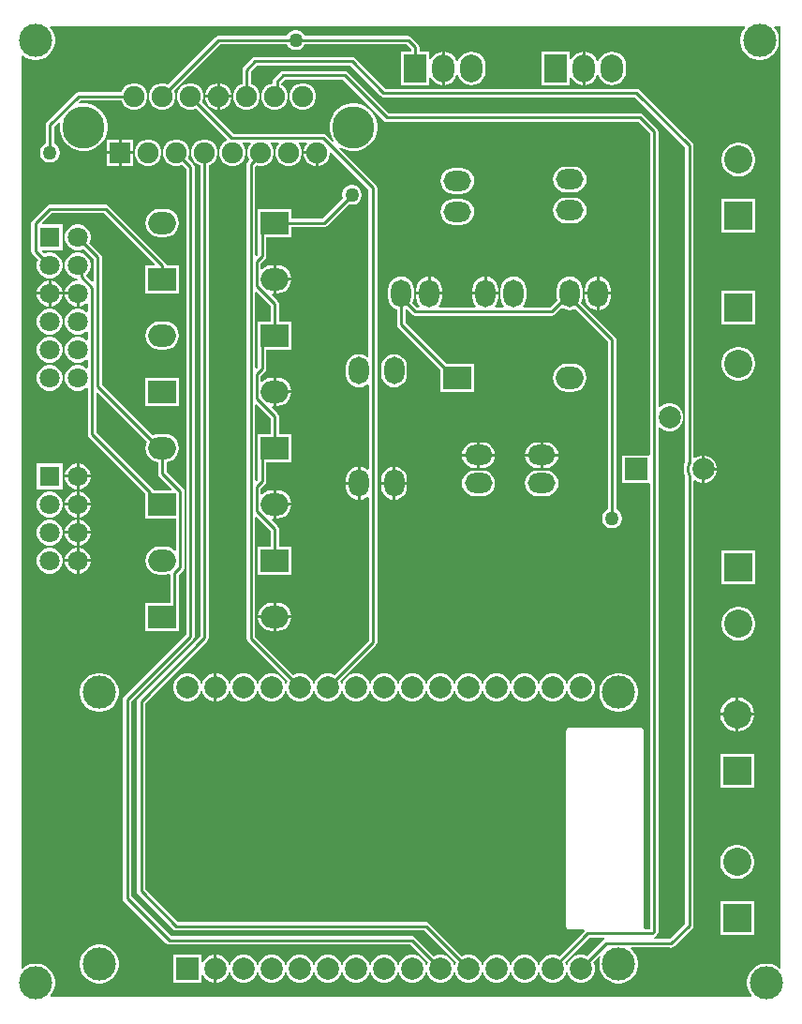
<source format=gbl>
G04*
G04 #@! TF.GenerationSoftware,Altium Limited,Altium Designer,24.0.1 (36)*
G04*
G04 Layer_Physical_Order=2*
G04 Layer_Color=16711680*
%FSLAX44Y44*%
%MOMM*%
G71*
G04*
G04 #@! TF.SameCoordinates,43BDCCDE-791F-4BA8-B158-4DCCD13140C2*
G04*
G04*
G04 #@! TF.FilePolarity,Positive*
G04*
G01*
G75*
%ADD11C,0.2540*%
%ADD37O,1.8000X2.5000*%
%ADD38R,1.8000X1.8000*%
%ADD39C,1.8000*%
%ADD40O,2.5000X2.0000*%
%ADD41R,2.5000X2.0000*%
%ADD42R,2.5400X2.5400*%
%ADD43C,2.5400*%
%ADD44C,3.0000*%
%ADD45R,2.0000X2.0000*%
%ADD46C,2.0000*%
%ADD47O,2.0000X2.5000*%
%ADD48R,2.0000X2.5000*%
%ADD49O,2.5000X1.8000*%
%ADD50O,1.8000X2.5000*%
%ADD51R,2.0000X2.0000*%
%ADD52C,1.9050*%
%ADD53R,1.9050X1.9050*%
%ADD54C,3.8100*%
%ADD55C,1.2700*%
G36*
X711200Y51555D02*
X710027Y51069D01*
X709681Y51414D01*
X706808Y53334D01*
X703616Y54656D01*
X700228Y55330D01*
X696773D01*
X693384Y54656D01*
X690192Y53334D01*
X687319Y51414D01*
X684876Y48971D01*
X682956Y46098D01*
X681634Y42906D01*
X680960Y39518D01*
Y36063D01*
X681634Y32674D01*
X682956Y29482D01*
X684835Y26670D01*
X684720Y26110D01*
X684425Y25400D01*
X52175D01*
X51880Y26110D01*
X51765Y26670D01*
X53644Y29482D01*
X54966Y32674D01*
X55640Y36063D01*
Y39518D01*
X54966Y42906D01*
X53644Y46098D01*
X51724Y48971D01*
X49281Y51414D01*
X46408Y53334D01*
X43216Y54656D01*
X39827Y55330D01*
X36372D01*
X32984Y54656D01*
X29792Y53334D01*
X26919Y51414D01*
X26573Y51069D01*
X25400Y51555D01*
Y874925D01*
X26573Y875411D01*
X26919Y875066D01*
X29792Y873146D01*
X32984Y871824D01*
X36372Y871150D01*
X39827D01*
X43216Y871824D01*
X46408Y873146D01*
X49281Y875066D01*
X51724Y877509D01*
X53644Y880382D01*
X54966Y883574D01*
X55640Y886963D01*
Y890417D01*
X54966Y893806D01*
X53644Y896998D01*
X51724Y899871D01*
X51069Y900527D01*
X51555Y901700D01*
X678695D01*
X679181Y900527D01*
X678526Y899871D01*
X676606Y896998D01*
X675284Y893806D01*
X674610Y890417D01*
Y886963D01*
X675284Y883574D01*
X676606Y880382D01*
X678526Y877509D01*
X680969Y875066D01*
X683842Y873146D01*
X687034Y871824D01*
X690423Y871150D01*
X693877D01*
X697266Y871824D01*
X700458Y873146D01*
X703331Y875066D01*
X705774Y877509D01*
X707694Y880382D01*
X709016Y883574D01*
X709690Y886963D01*
Y890417D01*
X709016Y893806D01*
X707694Y896998D01*
X705774Y899871D01*
X705119Y900527D01*
X705605Y901700D01*
X711200D01*
Y51555D01*
D02*
G37*
%LPC*%
G36*
X558800Y878748D02*
X555526Y878317D01*
X552476Y877054D01*
X549856Y875044D01*
X547846Y872424D01*
X546787Y869867D01*
X545413D01*
X544354Y872424D01*
X542344Y875044D01*
X539724Y877054D01*
X536674Y878317D01*
X534670Y878581D01*
Y863600D01*
Y848619D01*
X536674Y848883D01*
X539724Y850146D01*
X542344Y852156D01*
X544354Y854776D01*
X545413Y857333D01*
X546787D01*
X547846Y854776D01*
X549856Y852156D01*
X552476Y850146D01*
X555526Y848883D01*
X558800Y848452D01*
X562074Y848883D01*
X565124Y850146D01*
X567744Y852156D01*
X569754Y854776D01*
X571017Y857826D01*
X571448Y861100D01*
Y866100D01*
X571017Y869374D01*
X569754Y872424D01*
X567744Y875044D01*
X565124Y877054D01*
X562074Y878317D01*
X558800Y878748D01*
D02*
G37*
G36*
X431800D02*
X428526Y878317D01*
X425476Y877054D01*
X422856Y875044D01*
X420846Y872424D01*
X419787Y869867D01*
X418413D01*
X417354Y872424D01*
X415344Y875044D01*
X412724Y877054D01*
X409674Y878317D01*
X407670Y878581D01*
Y863600D01*
Y848619D01*
X409674Y848883D01*
X412724Y850146D01*
X415344Y852156D01*
X417354Y854776D01*
X418413Y857333D01*
X419787D01*
X420846Y854776D01*
X422856Y852156D01*
X425476Y850146D01*
X428526Y848883D01*
X431800Y848452D01*
X435074Y848883D01*
X438124Y850146D01*
X440744Y852156D01*
X442754Y854776D01*
X444017Y857826D01*
X444448Y861100D01*
Y866100D01*
X444017Y869374D01*
X442754Y872424D01*
X440744Y875044D01*
X438124Y877054D01*
X435074Y878317D01*
X431800Y878748D01*
D02*
G37*
G36*
X520540Y878640D02*
X495460D01*
Y848560D01*
X520540D01*
Y856059D01*
X521810Y856312D01*
X522446Y854776D01*
X524456Y852156D01*
X527076Y850146D01*
X530126Y848883D01*
X532130Y848619D01*
Y863600D01*
Y878581D01*
X530126Y878317D01*
X527076Y877054D01*
X524456Y875044D01*
X522446Y872424D01*
X521810Y870888D01*
X520540Y871141D01*
Y878640D01*
D02*
G37*
G36*
X274220Y897890D02*
X271880D01*
X269619Y897284D01*
X267591Y896114D01*
X265936Y894459D01*
X265028Y892885D01*
X203200D01*
X201713Y892589D01*
X200453Y891747D01*
X157749Y849043D01*
X157057Y849443D01*
X153988Y850265D01*
X150812D01*
X147743Y849443D01*
X144992Y847854D01*
X142746Y845608D01*
X141157Y842857D01*
X140335Y839788D01*
Y836612D01*
X141157Y833543D01*
X142746Y830792D01*
X144992Y828546D01*
X147743Y826957D01*
X150812Y826135D01*
X153988D01*
X157057Y826957D01*
X159808Y828546D01*
X162054Y830792D01*
X163643Y833543D01*
X164465Y836612D01*
Y839788D01*
X163643Y842857D01*
X163243Y843549D01*
X204809Y885115D01*
X265028D01*
X265936Y883541D01*
X267591Y881886D01*
X269619Y880716D01*
X271880Y880110D01*
X274220D01*
X276481Y880716D01*
X278509Y881886D01*
X280164Y883541D01*
X281073Y885115D01*
X373041D01*
X377115Y881041D01*
Y878640D01*
X368460D01*
Y848560D01*
X393540D01*
Y856059D01*
X394810Y856312D01*
X395446Y854776D01*
X397456Y852156D01*
X400076Y850146D01*
X403126Y848883D01*
X405130Y848619D01*
Y863600D01*
Y878581D01*
X403126Y878317D01*
X400076Y877054D01*
X397456Y875044D01*
X395446Y872424D01*
X394810Y870888D01*
X393540Y871141D01*
Y878640D01*
X384885D01*
Y882650D01*
X384589Y884137D01*
X383747Y885397D01*
X377397Y891747D01*
X376137Y892589D01*
X374650Y892885D01*
X281073D01*
X280164Y894459D01*
X278509Y896114D01*
X276481Y897284D01*
X274220Y897890D01*
D02*
G37*
G36*
X204788Y850265D02*
X204470D01*
Y839470D01*
X215265D01*
Y839788D01*
X214443Y842857D01*
X212854Y845608D01*
X210608Y847854D01*
X207857Y849443D01*
X204788Y850265D01*
D02*
G37*
G36*
X201930D02*
X201612D01*
X198543Y849443D01*
X195792Y847854D01*
X193546Y845608D01*
X191957Y842857D01*
X191135Y839788D01*
Y839470D01*
X201930D01*
Y850265D01*
D02*
G37*
G36*
X280988D02*
X277812D01*
X274743Y849443D01*
X271992Y847854D01*
X269746Y845608D01*
X268157Y842857D01*
X267335Y839788D01*
Y836612D01*
X268157Y833543D01*
X269746Y830792D01*
X271992Y828546D01*
X274743Y826957D01*
X277812Y826135D01*
X280988D01*
X284057Y826957D01*
X286808Y828546D01*
X289054Y830792D01*
X290643Y833543D01*
X291465Y836612D01*
Y839788D01*
X290643Y842857D01*
X289054Y845608D01*
X286808Y847854D01*
X284057Y849443D01*
X280988Y850265D01*
D02*
G37*
G36*
X215265Y836930D02*
X204470D01*
Y826135D01*
X204788D01*
X207857Y826957D01*
X210608Y828546D01*
X212854Y830792D01*
X214443Y833543D01*
X215265Y836612D01*
Y836930D01*
D02*
G37*
G36*
X201930D02*
X191135D01*
Y836612D01*
X191957Y833543D01*
X193546Y830792D01*
X195792Y828546D01*
X198543Y826957D01*
X201612Y826135D01*
X201930D01*
Y836930D01*
D02*
G37*
G36*
X128588Y850265D02*
X125412D01*
X122343Y849443D01*
X119592Y847854D01*
X117346Y845608D01*
X115757Y842857D01*
X115550Y842085D01*
X76637D01*
X75150Y841789D01*
X73890Y840947D01*
X48053Y815110D01*
X47211Y813849D01*
X46915Y812363D01*
Y795423D01*
X45341Y794514D01*
X43686Y792859D01*
X42516Y790831D01*
X41910Y788570D01*
Y786230D01*
X42516Y783969D01*
X43686Y781941D01*
X45341Y780286D01*
X47369Y779116D01*
X49630Y778510D01*
X51970D01*
X54231Y779116D01*
X56259Y780286D01*
X57914Y781941D01*
X59084Y783969D01*
X59690Y786230D01*
Y788570D01*
X59084Y790831D01*
X57914Y792859D01*
X56259Y794514D01*
X54685Y795423D01*
Y810754D01*
X58918Y814987D01*
X60038Y814388D01*
X59690Y812640D01*
Y808388D01*
X60520Y804216D01*
X62147Y800287D01*
X64510Y796751D01*
X67517Y793744D01*
X71053Y791381D01*
X74982Y789754D01*
X79154Y788924D01*
X83406D01*
X87578Y789754D01*
X91507Y791381D01*
X95043Y793744D01*
X98050Y796751D01*
X100413Y800287D01*
X102040Y804216D01*
X102870Y808388D01*
Y812640D01*
X102040Y816812D01*
X100413Y820741D01*
X98050Y824277D01*
X95043Y827284D01*
X91507Y829647D01*
X87578Y831274D01*
X83406Y832104D01*
X79154D01*
X77406Y831756D01*
X76807Y832876D01*
X78246Y834315D01*
X115550D01*
X115757Y833543D01*
X117346Y830792D01*
X119592Y828546D01*
X122343Y826957D01*
X125412Y826135D01*
X128588D01*
X131657Y826957D01*
X134408Y828546D01*
X136654Y830792D01*
X138243Y833543D01*
X139065Y836612D01*
Y839788D01*
X138243Y842857D01*
X136654Y845608D01*
X134408Y847854D01*
X131657Y849443D01*
X128588Y850265D01*
D02*
G37*
G36*
X179388D02*
X176212D01*
X173143Y849443D01*
X170392Y847854D01*
X168146Y845608D01*
X166557Y842857D01*
X165735Y839788D01*
Y836612D01*
X166557Y833543D01*
X168146Y830792D01*
X170392Y828546D01*
X173143Y826957D01*
X176212Y826135D01*
X179388D01*
X182457Y826957D01*
X183149Y827357D01*
X210746Y799761D01*
X210498Y798213D01*
X208492Y797054D01*
X206246Y794808D01*
X204657Y792057D01*
X203835Y788988D01*
Y785812D01*
X204657Y782743D01*
X206246Y779992D01*
X208492Y777746D01*
X211243Y776157D01*
X214312Y775335D01*
X217488D01*
X220557Y776157D01*
X223308Y777746D01*
X225554Y779992D01*
X227143Y782743D01*
X227965Y785812D01*
Y788988D01*
X227143Y792057D01*
X225554Y794808D01*
X224685Y795677D01*
X225172Y796850D01*
X232029D01*
X232514Y795677D01*
X231646Y794808D01*
X230057Y792057D01*
X229235Y788988D01*
Y785812D01*
X230057Y782743D01*
X230998Y781113D01*
X229863Y779978D01*
X229021Y778718D01*
X228725Y777232D01*
Y348840D01*
X229021Y347353D01*
X229863Y346093D01*
X265459Y310497D01*
X264965Y309640D01*
X264607Y308307D01*
X263293D01*
X262935Y309640D01*
X261285Y312500D01*
X258950Y314834D01*
X256090Y316485D01*
X252901Y317340D01*
X249599D01*
X246410Y316485D01*
X243550Y314834D01*
X241215Y312500D01*
X239565Y309640D01*
X239207Y308307D01*
X237893D01*
X237535Y309640D01*
X235884Y312500D01*
X233550Y314834D01*
X230690Y316485D01*
X227501Y317340D01*
X224199D01*
X221010Y316485D01*
X218150Y314834D01*
X215816Y312500D01*
X214165Y309640D01*
X213807Y308307D01*
X212493D01*
X212135Y309640D01*
X210485Y312500D01*
X208150Y314834D01*
X205290Y316485D01*
X202101Y317340D01*
X201720D01*
Y304800D01*
Y292260D01*
X202101D01*
X205290Y293115D01*
X208150Y294765D01*
X210485Y297100D01*
X212135Y299960D01*
X212493Y301293D01*
X213807D01*
X214165Y299960D01*
X215816Y297100D01*
X218150Y294765D01*
X221010Y293115D01*
X224199Y292260D01*
X227501D01*
X230690Y293115D01*
X233550Y294765D01*
X235884Y297100D01*
X237535Y299960D01*
X237893Y301293D01*
X239207D01*
X239565Y299960D01*
X241215Y297100D01*
X243550Y294765D01*
X246410Y293115D01*
X249599Y292260D01*
X252901D01*
X256090Y293115D01*
X258950Y294765D01*
X261285Y297100D01*
X262935Y299960D01*
X263293Y301293D01*
X264607D01*
X264965Y299960D01*
X266616Y297100D01*
X268950Y294765D01*
X271810Y293115D01*
X274999Y292260D01*
X278301D01*
X281490Y293115D01*
X284350Y294765D01*
X286684Y297100D01*
X288335Y299960D01*
X288693Y301293D01*
X290007D01*
X290365Y299960D01*
X292015Y297100D01*
X294350Y294765D01*
X297210Y293115D01*
X300399Y292260D01*
X303701D01*
X306890Y293115D01*
X309750Y294765D01*
X312085Y297100D01*
X313735Y299960D01*
X314093Y301293D01*
X315407D01*
X315765Y299960D01*
X317416Y297100D01*
X319750Y294765D01*
X322610Y293115D01*
X325799Y292260D01*
X329101D01*
X332290Y293115D01*
X335150Y294765D01*
X337485Y297100D01*
X339135Y299960D01*
X339493Y301293D01*
X340807D01*
X341165Y299960D01*
X342816Y297100D01*
X345150Y294765D01*
X348010Y293115D01*
X351199Y292260D01*
X354501D01*
X357690Y293115D01*
X360550Y294765D01*
X362884Y297100D01*
X364535Y299960D01*
X364893Y301293D01*
X366207D01*
X366565Y299960D01*
X368215Y297100D01*
X370550Y294765D01*
X373410Y293115D01*
X376599Y292260D01*
X379901D01*
X383090Y293115D01*
X385950Y294765D01*
X388284Y297100D01*
X389935Y299960D01*
X390293Y301293D01*
X391607D01*
X391965Y299960D01*
X393615Y297100D01*
X395950Y294765D01*
X398810Y293115D01*
X401999Y292260D01*
X405301D01*
X408490Y293115D01*
X411350Y294765D01*
X413685Y297100D01*
X415335Y299960D01*
X415693Y301293D01*
X417007D01*
X417365Y299960D01*
X419016Y297100D01*
X421350Y294765D01*
X424210Y293115D01*
X427399Y292260D01*
X430701D01*
X433890Y293115D01*
X436750Y294765D01*
X439085Y297100D01*
X440735Y299960D01*
X441093Y301293D01*
X442407D01*
X442765Y299960D01*
X444416Y297100D01*
X446750Y294765D01*
X449610Y293115D01*
X452799Y292260D01*
X456101D01*
X459290Y293115D01*
X462150Y294765D01*
X464484Y297100D01*
X466135Y299960D01*
X466493Y301293D01*
X467807D01*
X468165Y299960D01*
X469815Y297100D01*
X472150Y294765D01*
X475010Y293115D01*
X478199Y292260D01*
X481501D01*
X484690Y293115D01*
X487550Y294765D01*
X489884Y297100D01*
X491535Y299960D01*
X491893Y301293D01*
X493207D01*
X493565Y299960D01*
X495215Y297100D01*
X497550Y294765D01*
X500410Y293115D01*
X503599Y292260D01*
X506901D01*
X510090Y293115D01*
X512950Y294765D01*
X515285Y297100D01*
X516935Y299960D01*
X517293Y301293D01*
X518607D01*
X518965Y299960D01*
X520616Y297100D01*
X522950Y294765D01*
X525810Y293115D01*
X528999Y292260D01*
X532301D01*
X535490Y293115D01*
X538350Y294765D01*
X540685Y297100D01*
X542335Y299960D01*
X543190Y303149D01*
Y306451D01*
X542335Y309640D01*
X540685Y312500D01*
X538350Y314834D01*
X535490Y316485D01*
X532301Y317340D01*
X528999D01*
X525810Y316485D01*
X522950Y314834D01*
X520616Y312500D01*
X518965Y309640D01*
X518607Y308307D01*
X517293D01*
X516935Y309640D01*
X515285Y312500D01*
X512950Y314834D01*
X510090Y316485D01*
X506901Y317340D01*
X503599D01*
X500410Y316485D01*
X497550Y314834D01*
X495215Y312500D01*
X493565Y309640D01*
X493207Y308307D01*
X491893D01*
X491535Y309640D01*
X489884Y312500D01*
X487550Y314834D01*
X484690Y316485D01*
X481501Y317340D01*
X478199D01*
X475010Y316485D01*
X472150Y314834D01*
X469815Y312500D01*
X468165Y309640D01*
X467807Y308307D01*
X466493D01*
X466135Y309640D01*
X464484Y312500D01*
X462150Y314834D01*
X459290Y316485D01*
X456101Y317340D01*
X452799D01*
X449610Y316485D01*
X446750Y314834D01*
X444416Y312500D01*
X442765Y309640D01*
X442407Y308307D01*
X441093D01*
X440735Y309640D01*
X439085Y312500D01*
X436750Y314834D01*
X433890Y316485D01*
X430701Y317340D01*
X427399D01*
X424210Y316485D01*
X421350Y314834D01*
X419016Y312500D01*
X417365Y309640D01*
X417007Y308307D01*
X415693D01*
X415335Y309640D01*
X413685Y312500D01*
X411350Y314834D01*
X408490Y316485D01*
X405301Y317340D01*
X401999D01*
X398810Y316485D01*
X395950Y314834D01*
X393615Y312500D01*
X391965Y309640D01*
X391607Y308307D01*
X390293D01*
X389935Y309640D01*
X388284Y312500D01*
X385950Y314834D01*
X383090Y316485D01*
X379901Y317340D01*
X376599D01*
X373410Y316485D01*
X370550Y314834D01*
X368215Y312500D01*
X366565Y309640D01*
X366207Y308307D01*
X364893D01*
X364535Y309640D01*
X362884Y312500D01*
X360550Y314834D01*
X357690Y316485D01*
X354501Y317340D01*
X351199D01*
X348010Y316485D01*
X345150Y314834D01*
X342816Y312500D01*
X341165Y309640D01*
X340807Y308307D01*
X339493D01*
X339135Y309640D01*
X337485Y312500D01*
X335150Y314834D01*
X332290Y316485D01*
X329101Y317340D01*
X325799D01*
X322610Y316485D01*
X319750Y314834D01*
X317416Y312500D01*
X315765Y309640D01*
X315407Y308307D01*
X314093D01*
X313735Y309640D01*
X313241Y310497D01*
X345757Y343013D01*
X346599Y344273D01*
X346895Y345760D01*
Y599356D01*
X346675Y600462D01*
Y755568D01*
X346379Y757055D01*
X345537Y758315D01*
X312197Y791656D01*
X313006Y792642D01*
X314893Y791381D01*
X318822Y789754D01*
X322994Y788924D01*
X327246D01*
X331418Y789754D01*
X335347Y791381D01*
X338883Y793744D01*
X341890Y796751D01*
X344253Y800287D01*
X345880Y804216D01*
X346710Y808388D01*
Y812640D01*
X345880Y816812D01*
X344253Y820741D01*
X341890Y824277D01*
X338883Y827284D01*
X335347Y829647D01*
X331418Y831274D01*
X327246Y832104D01*
X322994D01*
X318822Y831274D01*
X314893Y829647D01*
X311357Y827284D01*
X308350Y824277D01*
X305987Y820741D01*
X304360Y816812D01*
X303530Y812640D01*
Y808388D01*
X304360Y804216D01*
X305987Y800287D01*
X307248Y798400D01*
X306262Y797591D01*
X300370Y803482D01*
X299110Y804324D01*
X297624Y804620D01*
X216874D01*
X188643Y832851D01*
X189043Y833543D01*
X189865Y836612D01*
Y839788D01*
X189043Y842857D01*
X187454Y845608D01*
X185208Y847854D01*
X182457Y849443D01*
X179388Y850265D01*
D02*
G37*
G36*
X126365Y799465D02*
X115570D01*
Y788670D01*
X126365D01*
Y799465D01*
D02*
G37*
G36*
X113030D02*
X102235D01*
Y788670D01*
X113030D01*
Y799465D01*
D02*
G37*
G36*
X141288D02*
X138112D01*
X135043Y798643D01*
X132292Y797054D01*
X130046Y794808D01*
X128457Y792057D01*
X127635Y788988D01*
Y785812D01*
X128457Y782743D01*
X130046Y779992D01*
X132292Y777746D01*
X135043Y776157D01*
X138112Y775335D01*
X141288D01*
X144357Y776157D01*
X147108Y777746D01*
X149354Y779992D01*
X150943Y782743D01*
X151765Y785812D01*
Y788988D01*
X150943Y792057D01*
X149354Y794808D01*
X147108Y797054D01*
X144357Y798643D01*
X141288Y799465D01*
D02*
G37*
G36*
X126365Y786130D02*
X115570D01*
Y775335D01*
X126365D01*
Y786130D01*
D02*
G37*
G36*
X113030D02*
X102235D01*
Y775335D01*
X113030D01*
Y786130D01*
D02*
G37*
G36*
X674601Y796290D02*
X671599D01*
X668655Y795704D01*
X665881Y794556D01*
X663385Y792888D01*
X661262Y790765D01*
X659594Y788269D01*
X658446Y785495D01*
X657860Y782551D01*
Y779549D01*
X658446Y776605D01*
X659594Y773831D01*
X661262Y771335D01*
X663385Y769212D01*
X665881Y767544D01*
X668655Y766396D01*
X671599Y765810D01*
X674601D01*
X677545Y766396D01*
X680319Y767544D01*
X682815Y769212D01*
X684938Y771335D01*
X686606Y773831D01*
X687754Y776605D01*
X688340Y779549D01*
Y782551D01*
X687754Y785495D01*
X686606Y788269D01*
X684938Y790765D01*
X682815Y792888D01*
X680319Y794556D01*
X677545Y795704D01*
X674601Y796290D01*
D02*
G37*
G36*
X524200Y774910D02*
X517200D01*
X514187Y774513D01*
X511380Y773350D01*
X508970Y771500D01*
X507120Y769090D01*
X505957Y766283D01*
X505560Y763270D01*
X505957Y760257D01*
X507120Y757450D01*
X508970Y755040D01*
X511380Y753190D01*
X514187Y752027D01*
X517200Y751630D01*
X524200D01*
X527213Y752027D01*
X530020Y753190D01*
X532430Y755040D01*
X534280Y757450D01*
X535443Y760257D01*
X535840Y763270D01*
X535443Y766283D01*
X534280Y769090D01*
X532430Y771500D01*
X530020Y773350D01*
X527213Y774513D01*
X524200Y774910D01*
D02*
G37*
G36*
X422600Y773640D02*
X415600D01*
X412587Y773243D01*
X409780Y772080D01*
X407370Y770230D01*
X405520Y767820D01*
X404357Y765013D01*
X403960Y762000D01*
X404357Y758988D01*
X405520Y756180D01*
X407370Y753770D01*
X409780Y751920D01*
X412587Y750757D01*
X415600Y750360D01*
X422600D01*
X425613Y750757D01*
X428420Y751920D01*
X430830Y753770D01*
X432680Y756180D01*
X433843Y758988D01*
X434240Y762000D01*
X433843Y765013D01*
X432680Y767820D01*
X430830Y770230D01*
X428420Y772080D01*
X425613Y773243D01*
X422600Y773640D01*
D02*
G37*
G36*
X524200Y746970D02*
X517200D01*
X514187Y746573D01*
X511380Y745410D01*
X508970Y743560D01*
X507120Y741150D01*
X505957Y738343D01*
X505560Y735330D01*
X505957Y732318D01*
X507120Y729510D01*
X508970Y727100D01*
X511380Y725250D01*
X514187Y724087D01*
X517200Y723690D01*
X524200D01*
X527213Y724087D01*
X530020Y725250D01*
X532430Y727100D01*
X534280Y729510D01*
X535443Y732318D01*
X535840Y735330D01*
X535443Y738343D01*
X534280Y741150D01*
X532430Y743560D01*
X530020Y745410D01*
X527213Y746573D01*
X524200Y746970D01*
D02*
G37*
G36*
X422600Y745699D02*
X415600D01*
X412587Y745303D01*
X409780Y744140D01*
X407370Y742290D01*
X405520Y739880D01*
X404357Y737073D01*
X403960Y734060D01*
X404357Y731048D01*
X405520Y728240D01*
X407370Y725830D01*
X409780Y723980D01*
X412587Y722817D01*
X415600Y722420D01*
X422600D01*
X425613Y722817D01*
X428420Y723980D01*
X430830Y725830D01*
X432680Y728240D01*
X433843Y731048D01*
X434240Y734060D01*
X433843Y737073D01*
X432680Y739880D01*
X430830Y742290D01*
X428420Y744140D01*
X425613Y745303D01*
X422600Y745699D01*
D02*
G37*
G36*
X688340Y745490D02*
X657860D01*
Y715010D01*
X688340D01*
Y745490D01*
D02*
G37*
G36*
X154900Y736548D02*
X149900D01*
X146626Y736117D01*
X143576Y734854D01*
X140956Y732844D01*
X138946Y730224D01*
X137683Y727174D01*
X137252Y723900D01*
X137683Y720626D01*
X138946Y717576D01*
X140956Y714956D01*
X143576Y712946D01*
X146626Y711683D01*
X149900Y711252D01*
X154900D01*
X158174Y711683D01*
X161224Y712946D01*
X163844Y714956D01*
X165854Y717576D01*
X167117Y720626D01*
X167548Y723900D01*
X167117Y727174D01*
X165854Y730224D01*
X163844Y732844D01*
X161224Y734854D01*
X158174Y736117D01*
X154900Y736548D01*
D02*
G37*
G36*
X77719Y722740D02*
X74681D01*
X71746Y721954D01*
X69114Y720434D01*
X66966Y718286D01*
X65447Y715654D01*
X64660Y712719D01*
Y709681D01*
X65447Y706746D01*
X66966Y704114D01*
X69114Y701966D01*
X71746Y700446D01*
X74681Y699660D01*
X77719D01*
X80654Y700446D01*
X81165Y700741D01*
X90205Y691701D01*
Y671664D01*
X89032Y671178D01*
X83465Y676745D01*
X85434Y678714D01*
X86953Y681346D01*
X87740Y684281D01*
Y687319D01*
X86953Y690254D01*
X85434Y692886D01*
X83286Y695034D01*
X80654Y696553D01*
X77719Y697340D01*
X74681D01*
X71746Y696553D01*
X69114Y695034D01*
X66966Y692886D01*
X65447Y690254D01*
X64660Y687319D01*
Y684281D01*
X65447Y681346D01*
X66966Y678714D01*
X69114Y676566D01*
X71746Y675046D01*
X74681Y674260D01*
X75532D01*
X75569Y674071D01*
X76145Y673210D01*
X75603Y671940D01*
X74681D01*
X71746Y671153D01*
X69114Y669634D01*
X66966Y667486D01*
X65447Y664854D01*
X64660Y661919D01*
Y661670D01*
X76200D01*
Y660400D01*
X77470D01*
Y648860D01*
X77719D01*
X80654Y649647D01*
X83286Y651166D01*
X83952Y651832D01*
X85125Y651346D01*
Y644054D01*
X83952Y643568D01*
X83286Y644234D01*
X80654Y645753D01*
X77719Y646540D01*
X74681D01*
X71746Y645753D01*
X69114Y644234D01*
X66966Y642086D01*
X65447Y639454D01*
X64660Y636519D01*
Y633481D01*
X65447Y630546D01*
X66966Y627914D01*
X69114Y625766D01*
X71746Y624246D01*
X74681Y623460D01*
X77719D01*
X80654Y624246D01*
X83286Y625766D01*
X83952Y626432D01*
X85125Y625946D01*
Y618654D01*
X83952Y618168D01*
X83286Y618834D01*
X80654Y620354D01*
X77719Y621140D01*
X74681D01*
X71746Y620354D01*
X69114Y618834D01*
X66966Y616686D01*
X65447Y614054D01*
X64660Y611119D01*
Y608081D01*
X65447Y605146D01*
X66966Y602514D01*
X69114Y600366D01*
X71746Y598847D01*
X74681Y598060D01*
X77719D01*
X80654Y598847D01*
X83286Y600366D01*
X83952Y601032D01*
X85125Y600546D01*
Y593254D01*
X83952Y592768D01*
X83286Y593434D01*
X80654Y594953D01*
X77719Y595740D01*
X74681D01*
X71746Y594953D01*
X69114Y593434D01*
X66966Y591286D01*
X65447Y588654D01*
X64660Y585719D01*
Y582681D01*
X65447Y579746D01*
X66966Y577114D01*
X69114Y574966D01*
X71746Y573447D01*
X74681Y572660D01*
X77719D01*
X80654Y573447D01*
X83286Y574966D01*
X83952Y575632D01*
X85125Y575146D01*
Y533290D01*
X85421Y531803D01*
X86263Y530543D01*
X137285Y479521D01*
Y478630D01*
X137360Y478255D01*
Y457360D01*
X164825D01*
Y428690D01*
X163555Y428265D01*
X161224Y430054D01*
X158174Y431317D01*
X154900Y431748D01*
X149900D01*
X146626Y431317D01*
X143576Y430054D01*
X140956Y428044D01*
X138946Y425424D01*
X137683Y422374D01*
X137252Y419100D01*
X137683Y415826D01*
X138946Y412776D01*
X140956Y410156D01*
X143576Y408146D01*
X146626Y406883D01*
X149900Y406452D01*
X154900D01*
X158174Y406883D01*
X158689Y407096D01*
X159745Y406391D01*
Y380840D01*
X137360D01*
Y355760D01*
X167440D01*
Y376655D01*
X167515Y377030D01*
Y406691D01*
X171457Y410633D01*
X172299Y411893D01*
X172595Y413380D01*
Y481478D01*
X172299Y482965D01*
X171457Y484225D01*
X156285Y499397D01*
Y508234D01*
X158174Y508483D01*
X161224Y509746D01*
X163844Y511756D01*
X165854Y514376D01*
X167117Y517426D01*
X167548Y520700D01*
X167117Y523974D01*
X165854Y527024D01*
X163844Y529644D01*
X161224Y531654D01*
X158174Y532917D01*
X154900Y533348D01*
X149900D01*
X146626Y532917D01*
X144187Y531907D01*
X97975Y578119D01*
Y693310D01*
X97679Y694797D01*
X96837Y696057D01*
X86659Y706235D01*
X86953Y706746D01*
X87740Y709681D01*
Y712719D01*
X86953Y715654D01*
X85434Y718286D01*
X83286Y720434D01*
X80654Y721954D01*
X77719Y722740D01*
D02*
G37*
G36*
X394970Y675372D02*
Y661670D01*
X405340D01*
Y663900D01*
X404943Y666913D01*
X403780Y669720D01*
X401930Y672130D01*
X399520Y673980D01*
X396712Y675143D01*
X394970Y675372D01*
D02*
G37*
G36*
X445770D02*
Y661670D01*
X456139D01*
Y663900D01*
X455743Y666913D01*
X454580Y669720D01*
X452730Y672130D01*
X450320Y673980D01*
X447513Y675143D01*
X445770Y675372D01*
D02*
G37*
G36*
X52319Y671940D02*
X52070D01*
Y661670D01*
X62340D01*
Y661919D01*
X61554Y664854D01*
X60034Y667486D01*
X57886Y669634D01*
X55254Y671153D01*
X52319Y671940D01*
D02*
G37*
G36*
X547370Y675372D02*
Y661670D01*
X557739D01*
Y663900D01*
X557343Y666913D01*
X556180Y669720D01*
X554330Y672130D01*
X551920Y673980D01*
X549113Y675143D01*
X547370Y675372D01*
D02*
G37*
G36*
X544830D02*
X543088Y675143D01*
X540280Y673980D01*
X537870Y672130D01*
X536020Y669720D01*
X534857Y666913D01*
X534460Y663900D01*
Y661670D01*
X544830D01*
Y675372D01*
D02*
G37*
G36*
X49530Y671940D02*
X49281D01*
X46346Y671153D01*
X43714Y669634D01*
X41566Y667486D01*
X40047Y664854D01*
X39260Y661919D01*
Y661670D01*
X49530D01*
Y671940D01*
D02*
G37*
G36*
X392430Y675372D02*
X390687Y675143D01*
X387880Y673980D01*
X385470Y672130D01*
X383620Y669720D01*
X382457Y666913D01*
X382061Y663900D01*
Y661670D01*
X392430D01*
Y675372D01*
D02*
G37*
G36*
X443230D02*
X441488Y675143D01*
X438680Y673980D01*
X436270Y672130D01*
X434420Y669720D01*
X433257Y666913D01*
X432860Y663900D01*
Y661670D01*
X443230D01*
Y675372D01*
D02*
G37*
G36*
X101600Y740485D02*
X50800D01*
X49313Y740189D01*
X48053Y739347D01*
X35243Y726537D01*
X34401Y725277D01*
X34105Y723790D01*
Y698610D01*
X34401Y697123D01*
X35243Y695863D01*
X40341Y690765D01*
X40047Y690254D01*
X39260Y687319D01*
Y684281D01*
X40047Y681346D01*
X41566Y678714D01*
X43714Y676566D01*
X46346Y675046D01*
X49281Y674260D01*
X52319D01*
X55254Y675046D01*
X57886Y676566D01*
X60034Y678714D01*
X61554Y681346D01*
X62340Y684281D01*
Y687319D01*
X61554Y690254D01*
X60034Y692886D01*
X57886Y695034D01*
X55254Y696553D01*
X52319Y697340D01*
X49281D01*
X46346Y696553D01*
X45835Y696259D01*
X43607Y698487D01*
X44093Y699660D01*
X62340D01*
Y722740D01*
X44093D01*
X43607Y723913D01*
X52409Y732715D01*
X99991D01*
X145893Y686813D01*
X145407Y685640D01*
X137360D01*
Y660560D01*
X167440D01*
Y685640D01*
X156285D01*
Y685800D01*
X155989Y687287D01*
X155147Y688547D01*
X104347Y739347D01*
X103087Y740189D01*
X101600Y740485D01*
D02*
G37*
G36*
X74930Y659130D02*
X64660D01*
Y658881D01*
X65447Y655946D01*
X66966Y653314D01*
X69114Y651166D01*
X71746Y649647D01*
X74681Y648860D01*
X74930D01*
Y659130D01*
D02*
G37*
G36*
X62340D02*
X52070D01*
Y648860D01*
X52319D01*
X55254Y649647D01*
X57886Y651166D01*
X60034Y653314D01*
X61554Y655946D01*
X62340Y658881D01*
Y659130D01*
D02*
G37*
G36*
X49530D02*
X39260D01*
Y658881D01*
X40047Y655946D01*
X41566Y653314D01*
X43714Y651166D01*
X46346Y649647D01*
X49281Y648860D01*
X49530D01*
Y659130D01*
D02*
G37*
G36*
X520700Y675540D02*
X517687Y675143D01*
X514880Y673980D01*
X512470Y672130D01*
X510620Y669720D01*
X509457Y666913D01*
X509060Y663900D01*
Y656900D01*
X509368Y654562D01*
X502781Y647975D01*
X479198D01*
X478572Y649245D01*
X479980Y651080D01*
X481143Y653887D01*
X481539Y656900D01*
Y663900D01*
X481143Y666913D01*
X479980Y669720D01*
X478130Y672130D01*
X475720Y673980D01*
X472912Y675143D01*
X469900Y675540D01*
X466888Y675143D01*
X464080Y673980D01*
X461670Y672130D01*
X459820Y669720D01*
X458657Y666913D01*
X458260Y663900D01*
Y656900D01*
X458657Y653887D01*
X459820Y651080D01*
X461228Y649245D01*
X460602Y647975D01*
X453798D01*
X453172Y649245D01*
X454580Y651080D01*
X455743Y653887D01*
X456139Y656900D01*
Y659130D01*
X444500D01*
X432860D01*
Y656900D01*
X433257Y653887D01*
X434420Y651080D01*
X435828Y649245D01*
X435202Y647975D01*
X402998D01*
X402372Y649245D01*
X403780Y651080D01*
X404943Y653887D01*
X405340Y656900D01*
Y659130D01*
X393700D01*
X382061D01*
Y656900D01*
X382457Y653887D01*
X383620Y651080D01*
X385028Y649245D01*
X384402Y647975D01*
X382719D01*
X378741Y651952D01*
X379543Y653887D01*
X379939Y656900D01*
Y663900D01*
X379543Y666913D01*
X378380Y669720D01*
X376530Y672130D01*
X374120Y673980D01*
X371312Y675143D01*
X368300Y675540D01*
X365288Y675143D01*
X362480Y673980D01*
X360070Y672130D01*
X358220Y669720D01*
X357057Y666913D01*
X356660Y663900D01*
Y656900D01*
X357057Y653887D01*
X358220Y651080D01*
X360070Y648670D01*
X362480Y646820D01*
X364415Y646018D01*
Y632500D01*
X364711Y631013D01*
X365553Y629753D01*
X404060Y591246D01*
Y571660D01*
X434140D01*
Y596740D01*
X409554D01*
X372185Y634109D01*
Y645959D01*
X373290Y646417D01*
X378363Y641343D01*
X379623Y640501D01*
X381110Y640205D01*
X504390D01*
X505877Y640501D01*
X507137Y641343D01*
X513598Y647804D01*
X514880Y646820D01*
X517687Y645657D01*
X520700Y645260D01*
X523713Y645657D01*
X525648Y646459D01*
X554915Y617191D01*
Y465223D01*
X553341Y464314D01*
X551686Y462659D01*
X550516Y460631D01*
X549910Y458370D01*
Y456030D01*
X550516Y453769D01*
X551686Y451741D01*
X553341Y450086D01*
X555369Y448916D01*
X557630Y448310D01*
X559970D01*
X562231Y448916D01*
X564259Y450086D01*
X565914Y451741D01*
X567084Y453769D01*
X567690Y456030D01*
Y458370D01*
X567084Y460631D01*
X565914Y462659D01*
X564259Y464314D01*
X562685Y465223D01*
Y618800D01*
X562389Y620287D01*
X561547Y621547D01*
X531141Y651952D01*
X531943Y653887D01*
X532340Y656900D01*
Y663900D01*
X531943Y666913D01*
X530780Y669720D01*
X528930Y672130D01*
X526520Y673980D01*
X523713Y675143D01*
X520700Y675540D01*
D02*
G37*
G36*
X557739Y659130D02*
X547370D01*
Y645428D01*
X549113Y645657D01*
X551920Y646820D01*
X554330Y648670D01*
X556180Y651080D01*
X557343Y653887D01*
X557739Y656900D01*
Y659130D01*
D02*
G37*
G36*
X544830D02*
X534460D01*
Y656900D01*
X534857Y653887D01*
X536020Y651080D01*
X537870Y648670D01*
X540280Y646820D01*
X543088Y645657D01*
X544830Y645428D01*
Y659130D01*
D02*
G37*
G36*
X688340Y662940D02*
X657860D01*
Y632460D01*
X688340D01*
Y662940D01*
D02*
G37*
G36*
X52319Y646540D02*
X49281D01*
X46346Y645753D01*
X43714Y644234D01*
X41566Y642086D01*
X40047Y639454D01*
X39260Y636519D01*
Y633481D01*
X40047Y630546D01*
X41566Y627914D01*
X43714Y625766D01*
X46346Y624246D01*
X49281Y623460D01*
X52319D01*
X55254Y624246D01*
X57886Y625766D01*
X60034Y627914D01*
X61554Y630546D01*
X62340Y633481D01*
Y636519D01*
X61554Y639454D01*
X60034Y642086D01*
X57886Y644234D01*
X55254Y645753D01*
X52319Y646540D01*
D02*
G37*
G36*
X154900Y634948D02*
X149900D01*
X146626Y634517D01*
X143576Y633254D01*
X140956Y631244D01*
X138946Y628624D01*
X137683Y625574D01*
X137252Y622300D01*
X137683Y619026D01*
X138946Y615976D01*
X140956Y613356D01*
X143576Y611346D01*
X146626Y610083D01*
X149900Y609652D01*
X154900D01*
X158174Y610083D01*
X161224Y611346D01*
X163844Y613356D01*
X165854Y615976D01*
X167117Y619026D01*
X167548Y622300D01*
X167117Y625574D01*
X165854Y628624D01*
X163844Y631244D01*
X161224Y633254D01*
X158174Y634517D01*
X154900Y634948D01*
D02*
G37*
G36*
X52319Y621140D02*
X49281D01*
X46346Y620354D01*
X43714Y618834D01*
X41566Y616686D01*
X40047Y614054D01*
X39260Y611119D01*
Y608081D01*
X40047Y605146D01*
X41566Y602514D01*
X43714Y600366D01*
X46346Y598847D01*
X49281Y598060D01*
X52319D01*
X55254Y598847D01*
X57886Y600366D01*
X60034Y602514D01*
X61554Y605146D01*
X62340Y608081D01*
Y611119D01*
X61554Y614054D01*
X60034Y616686D01*
X57886Y618834D01*
X55254Y620354D01*
X52319Y621140D01*
D02*
G37*
G36*
X674601Y612140D02*
X671599D01*
X668655Y611554D01*
X665881Y610406D01*
X663385Y608738D01*
X661262Y606615D01*
X659594Y604119D01*
X658446Y601345D01*
X657860Y598401D01*
Y595399D01*
X658446Y592455D01*
X659594Y589681D01*
X661262Y587185D01*
X663385Y585062D01*
X665881Y583395D01*
X668655Y582246D01*
X671599Y581660D01*
X674601D01*
X677545Y582246D01*
X680319Y583395D01*
X682815Y585062D01*
X684938Y587185D01*
X686606Y589681D01*
X687754Y592455D01*
X688340Y595399D01*
Y598401D01*
X687754Y601345D01*
X686606Y604119D01*
X684938Y606615D01*
X682815Y608738D01*
X680319Y610406D01*
X677545Y611554D01*
X674601Y612140D01*
D02*
G37*
G36*
X361950Y605690D02*
X358937Y605293D01*
X356130Y604130D01*
X353720Y602280D01*
X351870Y599870D01*
X350707Y597063D01*
X350310Y594050D01*
Y587050D01*
X350707Y584037D01*
X351870Y581230D01*
X353720Y578820D01*
X356130Y576970D01*
X358937Y575807D01*
X361950Y575410D01*
X364963Y575807D01*
X367770Y576970D01*
X370180Y578820D01*
X372030Y581230D01*
X373193Y584037D01*
X373590Y587050D01*
Y594050D01*
X373193Y597063D01*
X372030Y599870D01*
X370180Y602280D01*
X367770Y604130D01*
X364963Y605293D01*
X361950Y605690D01*
D02*
G37*
G36*
X52319Y595740D02*
X49281D01*
X46346Y594953D01*
X43714Y593434D01*
X41566Y591286D01*
X40047Y588654D01*
X39260Y585719D01*
Y582681D01*
X40047Y579746D01*
X41566Y577114D01*
X43714Y574966D01*
X46346Y573447D01*
X49281Y572660D01*
X52319D01*
X55254Y573447D01*
X57886Y574966D01*
X60034Y577114D01*
X61554Y579746D01*
X62340Y582681D01*
Y585719D01*
X61554Y588654D01*
X60034Y591286D01*
X57886Y593434D01*
X55254Y594953D01*
X52319Y595740D01*
D02*
G37*
G36*
X523200Y596848D02*
X518200D01*
X514926Y596417D01*
X511876Y595154D01*
X509256Y593144D01*
X507246Y590524D01*
X505983Y587474D01*
X505552Y584200D01*
X505983Y580926D01*
X507246Y577876D01*
X509256Y575256D01*
X511876Y573246D01*
X514926Y571983D01*
X518200Y571552D01*
X523200D01*
X526474Y571983D01*
X529524Y573246D01*
X532144Y575256D01*
X534154Y577876D01*
X535417Y580926D01*
X535848Y584200D01*
X535417Y587474D01*
X534154Y590524D01*
X532144Y593144D01*
X529524Y595154D01*
X526474Y596417D01*
X523200Y596848D01*
D02*
G37*
G36*
X167440Y584040D02*
X137360D01*
Y558960D01*
X167440D01*
Y584040D01*
D02*
G37*
G36*
X323850Y873835D02*
X236438D01*
X234951Y873539D01*
X233691Y872697D01*
X225853Y864859D01*
X225011Y863599D01*
X224715Y862112D01*
Y849650D01*
X223943Y849443D01*
X221192Y847854D01*
X218946Y845608D01*
X217357Y842857D01*
X216535Y839788D01*
Y836612D01*
X217357Y833543D01*
X218946Y830792D01*
X221192Y828546D01*
X223943Y826957D01*
X227012Y826135D01*
X230188D01*
X233257Y826957D01*
X236008Y828546D01*
X238254Y830792D01*
X239843Y833543D01*
X240665Y836612D01*
Y839788D01*
X239843Y842857D01*
X238254Y845608D01*
X236008Y847854D01*
X233257Y849443D01*
X232485Y849650D01*
Y860503D01*
X238047Y866065D01*
X322241D01*
X349678Y838628D01*
X350938Y837786D01*
X352425Y837490D01*
X579416D01*
X624765Y792141D01*
Y507677D01*
X623985Y505104D01*
X623645Y501650D01*
X623985Y498196D01*
X624765Y495623D01*
Y91343D01*
X611117Y77695D01*
X597042D01*
X596899Y78961D01*
X598159Y79803D01*
X599647Y81291D01*
X600489Y82551D01*
X600785Y84038D01*
Y539195D01*
X602055Y539721D01*
X603170Y538605D01*
X606030Y536955D01*
X609219Y536100D01*
X612521D01*
X615710Y536955D01*
X618570Y538605D01*
X620905Y540940D01*
X622555Y543800D01*
X623410Y546989D01*
Y550291D01*
X622555Y553480D01*
X620905Y556340D01*
X618570Y558675D01*
X615710Y560325D01*
X612521Y561180D01*
X609219D01*
X606030Y560325D01*
X603170Y558675D01*
X602055Y557559D01*
X600785Y558085D01*
Y806450D01*
X600489Y807937D01*
X599647Y809197D01*
X586947Y821897D01*
X585687Y822739D01*
X584200Y823035D01*
X357209D01*
X320247Y859997D01*
X318987Y860839D01*
X317500Y861135D01*
X261838D01*
X260351Y860839D01*
X259091Y859997D01*
X253376Y854282D01*
X252534Y853022D01*
X252238Y851535D01*
Y850219D01*
X249343Y849443D01*
X246592Y847854D01*
X244346Y845608D01*
X242757Y842857D01*
X241935Y839788D01*
Y836612D01*
X242757Y833543D01*
X244346Y830792D01*
X246592Y828546D01*
X249343Y826957D01*
X252412Y826135D01*
X255588D01*
X258657Y826957D01*
X261408Y828546D01*
X263654Y830792D01*
X265243Y833543D01*
X266065Y836612D01*
Y839788D01*
X265243Y842857D01*
X263654Y845608D01*
X261408Y847854D01*
X260008Y848663D01*
Y849926D01*
X263447Y853365D01*
X315891D01*
X352853Y816403D01*
X354113Y815561D01*
X355600Y815265D01*
X582591D01*
X593015Y804841D01*
Y515425D01*
X592930Y514190D01*
X591745Y514190D01*
X567850D01*
Y489110D01*
X591745D01*
X592930Y489110D01*
X593015Y487875D01*
Y86435D01*
X588019D01*
X587340Y87705D01*
X587343Y87709D01*
X587540Y88700D01*
Y265600D01*
X587343Y266591D01*
X586781Y267431D01*
X585941Y267993D01*
X584950Y268190D01*
X520050D01*
X519059Y267993D01*
X518219Y267431D01*
X517657Y266591D01*
X517460Y265600D01*
Y88700D01*
X517657Y87709D01*
X518219Y86869D01*
X519059Y86307D01*
X520050Y86110D01*
X533270D01*
X533797Y84840D01*
X510947Y61991D01*
X510090Y62485D01*
X506901Y63340D01*
X503599D01*
X500410Y62485D01*
X497550Y60834D01*
X495215Y58500D01*
X493565Y55640D01*
X493207Y54307D01*
X491893D01*
X491535Y55640D01*
X489884Y58500D01*
X487550Y60834D01*
X484690Y62485D01*
X481501Y63340D01*
X478199D01*
X475010Y62485D01*
X472150Y60834D01*
X469815Y58500D01*
X468165Y55640D01*
X467807Y54307D01*
X466493D01*
X466135Y55640D01*
X464484Y58500D01*
X462150Y60834D01*
X459290Y62485D01*
X456101Y63340D01*
X452799D01*
X449610Y62485D01*
X446750Y60834D01*
X444416Y58500D01*
X442765Y55640D01*
X442407Y54307D01*
X441093D01*
X440735Y55640D01*
X439085Y58500D01*
X436750Y60834D01*
X433890Y62485D01*
X430701Y63340D01*
X427399D01*
X424210Y62485D01*
X423353Y61991D01*
X393697Y91647D01*
X392437Y92489D01*
X390950Y92785D01*
X166709D01*
X137235Y122259D01*
Y290491D01*
X193247Y346503D01*
X194089Y347763D01*
X194385Y349250D01*
Y775950D01*
X195157Y776157D01*
X197908Y777746D01*
X200154Y779992D01*
X201743Y782743D01*
X202565Y785812D01*
Y788988D01*
X201743Y792057D01*
X200154Y794808D01*
X197908Y797054D01*
X195157Y798643D01*
X192088Y799465D01*
X188912D01*
X185843Y798643D01*
X183092Y797054D01*
X180846Y794808D01*
X179257Y792057D01*
X178435Y788988D01*
Y785812D01*
X179257Y782743D01*
X180846Y779992D01*
X183092Y777746D01*
X185843Y776157D01*
X186615Y775950D01*
Y350859D01*
X130603Y294847D01*
X129761Y293587D01*
X129465Y292100D01*
Y120650D01*
X129761Y119163D01*
X130603Y117903D01*
X162353Y86153D01*
X163613Y85311D01*
X165100Y85015D01*
X389341D01*
X417859Y56497D01*
X417365Y55640D01*
X417007Y54307D01*
X415693D01*
X415335Y55640D01*
X413685Y58500D01*
X411350Y60834D01*
X408490Y62485D01*
X405301Y63340D01*
X401999D01*
X398810Y62485D01*
X397953Y61991D01*
X380997Y78947D01*
X379737Y79789D01*
X378250Y80085D01*
X160359D01*
X124535Y115909D01*
Y291979D01*
X180547Y347991D01*
X181389Y349251D01*
X181685Y350738D01*
Y774700D01*
X181389Y776187D01*
X180547Y777447D01*
X175943Y782051D01*
X176343Y782743D01*
X177165Y785812D01*
Y788988D01*
X176343Y792057D01*
X174754Y794808D01*
X172508Y797054D01*
X169757Y798643D01*
X166688Y799465D01*
X163512D01*
X160443Y798643D01*
X157692Y797054D01*
X155446Y794808D01*
X153857Y792057D01*
X153035Y788988D01*
Y785812D01*
X153857Y782743D01*
X155446Y779992D01*
X157692Y777746D01*
X160443Y776157D01*
X163512Y775335D01*
X166688D01*
X169757Y776157D01*
X170449Y776557D01*
X173915Y773091D01*
Y352347D01*
X117903Y296335D01*
X117061Y295075D01*
X116765Y293588D01*
Y114300D01*
X117061Y112813D01*
X117903Y111553D01*
X156003Y73453D01*
X157263Y72611D01*
X158750Y72315D01*
X376641D01*
X392459Y56497D01*
X391965Y55640D01*
X391607Y54307D01*
X390293D01*
X389935Y55640D01*
X388284Y58500D01*
X385950Y60834D01*
X383090Y62485D01*
X379901Y63340D01*
X376599D01*
X373410Y62485D01*
X370550Y60834D01*
X368215Y58500D01*
X366565Y55640D01*
X366207Y54307D01*
X364893D01*
X364535Y55640D01*
X362884Y58500D01*
X360550Y60834D01*
X357690Y62485D01*
X354501Y63340D01*
X351199D01*
X348010Y62485D01*
X345150Y60834D01*
X342816Y58500D01*
X341165Y55640D01*
X340807Y54307D01*
X339493D01*
X339135Y55640D01*
X337485Y58500D01*
X335150Y60834D01*
X332290Y62485D01*
X329101Y63340D01*
X325799D01*
X322610Y62485D01*
X319750Y60834D01*
X317416Y58500D01*
X315765Y55640D01*
X315407Y54307D01*
X314093D01*
X313735Y55640D01*
X312085Y58500D01*
X309750Y60834D01*
X306890Y62485D01*
X303701Y63340D01*
X300399D01*
X297210Y62485D01*
X294350Y60834D01*
X292015Y58500D01*
X290365Y55640D01*
X290007Y54307D01*
X288693D01*
X288335Y55640D01*
X286684Y58500D01*
X284350Y60834D01*
X281490Y62485D01*
X278301Y63340D01*
X274999D01*
X271810Y62485D01*
X268950Y60834D01*
X266616Y58500D01*
X264965Y55640D01*
X264607Y54307D01*
X263293D01*
X262935Y55640D01*
X261285Y58500D01*
X258950Y60834D01*
X256090Y62485D01*
X252901Y63340D01*
X249599D01*
X246410Y62485D01*
X243550Y60834D01*
X241215Y58500D01*
X239565Y55640D01*
X239207Y54307D01*
X237893D01*
X237535Y55640D01*
X235884Y58500D01*
X233550Y60834D01*
X230690Y62485D01*
X227501Y63340D01*
X224199D01*
X221010Y62485D01*
X218150Y60834D01*
X215816Y58500D01*
X214165Y55640D01*
X213807Y54307D01*
X212493D01*
X212135Y55640D01*
X210485Y58500D01*
X208150Y60834D01*
X205290Y62485D01*
X202101Y63340D01*
X201720D01*
Y50800D01*
Y38260D01*
X202101D01*
X205290Y39115D01*
X208150Y40766D01*
X210485Y43100D01*
X212135Y45960D01*
X212493Y47293D01*
X213807D01*
X214165Y45960D01*
X215816Y43100D01*
X218150Y40766D01*
X221010Y39115D01*
X224199Y38260D01*
X227501D01*
X230690Y39115D01*
X233550Y40766D01*
X235884Y43100D01*
X237535Y45960D01*
X237893Y47293D01*
X239207D01*
X239565Y45960D01*
X241215Y43100D01*
X243550Y40766D01*
X246410Y39115D01*
X249599Y38260D01*
X252901D01*
X256090Y39115D01*
X258950Y40766D01*
X261285Y43100D01*
X262935Y45960D01*
X263293Y47293D01*
X264607D01*
X264965Y45960D01*
X266616Y43100D01*
X268950Y40766D01*
X271810Y39115D01*
X274999Y38260D01*
X278301D01*
X281490Y39115D01*
X284350Y40766D01*
X286684Y43100D01*
X288335Y45960D01*
X288693Y47293D01*
X290007D01*
X290365Y45960D01*
X292015Y43100D01*
X294350Y40766D01*
X297210Y39115D01*
X300399Y38260D01*
X303701D01*
X306890Y39115D01*
X309750Y40766D01*
X312085Y43100D01*
X313735Y45960D01*
X314093Y47293D01*
X315407D01*
X315765Y45960D01*
X317416Y43100D01*
X319750Y40766D01*
X322610Y39115D01*
X325799Y38260D01*
X329101D01*
X332290Y39115D01*
X335150Y40766D01*
X337485Y43100D01*
X339135Y45960D01*
X339493Y47293D01*
X340807D01*
X341165Y45960D01*
X342816Y43100D01*
X345150Y40766D01*
X348010Y39115D01*
X351199Y38260D01*
X354501D01*
X357690Y39115D01*
X360550Y40766D01*
X362884Y43100D01*
X364535Y45960D01*
X364893Y47293D01*
X366207D01*
X366565Y45960D01*
X368215Y43100D01*
X370550Y40766D01*
X373410Y39115D01*
X376599Y38260D01*
X379901D01*
X383090Y39115D01*
X385950Y40766D01*
X388284Y43100D01*
X389935Y45960D01*
X390293Y47293D01*
X391607D01*
X391965Y45960D01*
X393615Y43100D01*
X395950Y40766D01*
X398810Y39115D01*
X401999Y38260D01*
X405301D01*
X408490Y39115D01*
X411350Y40766D01*
X413685Y43100D01*
X415335Y45960D01*
X415693Y47293D01*
X417007D01*
X417365Y45960D01*
X419016Y43100D01*
X421350Y40766D01*
X424210Y39115D01*
X427399Y38260D01*
X430701D01*
X433890Y39115D01*
X436750Y40766D01*
X439085Y43100D01*
X440735Y45960D01*
X441093Y47293D01*
X442407D01*
X442765Y45960D01*
X444416Y43100D01*
X446750Y40766D01*
X449610Y39115D01*
X452799Y38260D01*
X456101D01*
X459290Y39115D01*
X462150Y40766D01*
X464484Y43100D01*
X466135Y45960D01*
X466493Y47293D01*
X467807D01*
X468165Y45960D01*
X469815Y43100D01*
X472150Y40766D01*
X475010Y39115D01*
X478199Y38260D01*
X481501D01*
X484690Y39115D01*
X487550Y40766D01*
X489884Y43100D01*
X491535Y45960D01*
X491893Y47293D01*
X493207D01*
X493565Y45960D01*
X495215Y43100D01*
X497550Y40766D01*
X500410Y39115D01*
X503599Y38260D01*
X506901D01*
X510090Y39115D01*
X512950Y40766D01*
X515285Y43100D01*
X516935Y45960D01*
X517293Y47293D01*
X518607D01*
X518965Y45960D01*
X520616Y43100D01*
X522950Y40766D01*
X525810Y39115D01*
X528999Y38260D01*
X532301D01*
X535490Y39115D01*
X538350Y40766D01*
X540685Y43100D01*
X542335Y45960D01*
X543190Y49149D01*
Y52451D01*
X542335Y55640D01*
X541841Y56497D01*
X547593Y62249D01*
X548670Y61530D01*
X548084Y60116D01*
X547410Y56727D01*
Y53273D01*
X548084Y49884D01*
X549406Y46692D01*
X551326Y43819D01*
X553769Y41376D01*
X556642Y39456D01*
X559834Y38134D01*
X563223Y37460D01*
X566678D01*
X570066Y38134D01*
X573258Y39456D01*
X576131Y41376D01*
X578574Y43819D01*
X580494Y46692D01*
X581816Y49884D01*
X582490Y53273D01*
Y56727D01*
X581816Y60116D01*
X580494Y63308D01*
X578574Y66181D01*
X576131Y68624D01*
X576003Y68710D01*
X576371Y69925D01*
X610763D01*
X610871Y69853D01*
X612358Y69557D01*
X613844Y69853D01*
X615105Y70695D01*
X631397Y86987D01*
X632239Y88248D01*
X632535Y89734D01*
Y491142D01*
X633805Y491526D01*
X636510Y489965D01*
X639699Y489110D01*
X640080D01*
Y501650D01*
Y514190D01*
X639699D01*
X636510Y513335D01*
X633805Y511774D01*
X632535Y512158D01*
Y793750D01*
X632239Y795237D01*
X631397Y796497D01*
X583772Y844122D01*
X582512Y844964D01*
X581025Y845260D01*
X354034D01*
X326597Y872697D01*
X325337Y873539D01*
X323850Y873835D01*
D02*
G37*
G36*
X498800Y525989D02*
X496570D01*
Y515620D01*
X510272D01*
X510043Y517363D01*
X508880Y520170D01*
X507030Y522580D01*
X504620Y524430D01*
X501813Y525593D01*
X498800Y525989D01*
D02*
G37*
G36*
X441650D02*
X439420D01*
Y515620D01*
X453122D01*
X452893Y517363D01*
X451730Y520170D01*
X449880Y522580D01*
X447470Y524430D01*
X444663Y525593D01*
X441650Y525989D01*
D02*
G37*
G36*
X494030D02*
X491800D01*
X488787Y525593D01*
X485980Y524430D01*
X483570Y522580D01*
X481720Y520170D01*
X480557Y517363D01*
X480328Y515620D01*
X494030D01*
Y525989D01*
D02*
G37*
G36*
X436880D02*
X434650D01*
X431637Y525593D01*
X428830Y524430D01*
X426420Y522580D01*
X424570Y520170D01*
X423407Y517363D01*
X423178Y515620D01*
X436880D01*
Y525989D01*
D02*
G37*
G36*
X643001Y514190D02*
X642620D01*
Y502920D01*
X653890D01*
Y503301D01*
X653035Y506490D01*
X651385Y509350D01*
X649050Y511684D01*
X646190Y513335D01*
X643001Y514190D01*
D02*
G37*
G36*
X510272Y513080D02*
X496570D01*
Y502710D01*
X498800D01*
X501813Y503107D01*
X504620Y504270D01*
X507030Y506120D01*
X508880Y508530D01*
X510043Y511338D01*
X510272Y513080D01*
D02*
G37*
G36*
X494030D02*
X480328D01*
X480557Y511338D01*
X481720Y508530D01*
X483570Y506120D01*
X485980Y504270D01*
X488787Y503107D01*
X491800Y502710D01*
X494030D01*
Y513080D01*
D02*
G37*
G36*
X453122D02*
X439420D01*
Y502710D01*
X441650D01*
X444663Y503107D01*
X447470Y504270D01*
X449880Y506120D01*
X451730Y508530D01*
X452893Y511338D01*
X453122Y513080D01*
D02*
G37*
G36*
X436880D02*
X423178D01*
X423407Y511338D01*
X424570Y508530D01*
X426420Y506120D01*
X428830Y504270D01*
X431637Y503107D01*
X434650Y502710D01*
X436880D01*
Y513080D01*
D02*
G37*
G36*
X77719Y506840D02*
X77470D01*
Y496570D01*
X87740D01*
Y496819D01*
X86953Y499754D01*
X85434Y502386D01*
X83286Y504534D01*
X80654Y506054D01*
X77719Y506840D01*
D02*
G37*
G36*
X74930D02*
X74681D01*
X71746Y506054D01*
X69114Y504534D01*
X66966Y502386D01*
X65447Y499754D01*
X64660Y496819D01*
Y496570D01*
X74930D01*
Y506840D01*
D02*
G37*
G36*
X363220Y503922D02*
Y490220D01*
X373590D01*
Y492450D01*
X373193Y495463D01*
X372030Y498270D01*
X370180Y500680D01*
X367770Y502530D01*
X364963Y503693D01*
X363220Y503922D01*
D02*
G37*
G36*
X360680D02*
X358937Y503693D01*
X356130Y502530D01*
X353720Y500680D01*
X351870Y498270D01*
X350707Y495463D01*
X350310Y492450D01*
Y490220D01*
X360680D01*
Y503922D01*
D02*
G37*
G36*
X653890Y500380D02*
X642620D01*
Y489110D01*
X643001D01*
X646190Y489965D01*
X649050Y491615D01*
X651385Y493950D01*
X653035Y496810D01*
X653890Y499999D01*
Y500380D01*
D02*
G37*
G36*
X87740Y494030D02*
X77470D01*
Y483760D01*
X77719D01*
X80654Y484547D01*
X83286Y486066D01*
X85434Y488214D01*
X86953Y490846D01*
X87740Y493781D01*
Y494030D01*
D02*
G37*
G36*
X74930D02*
X64660D01*
Y493781D01*
X65447Y490846D01*
X66966Y488214D01*
X69114Y486066D01*
X71746Y484547D01*
X74681Y483760D01*
X74930D01*
Y494030D01*
D02*
G37*
G36*
X62340Y506840D02*
X39260D01*
Y483760D01*
X62340D01*
Y506840D01*
D02*
G37*
G36*
X498800Y500589D02*
X491800D01*
X488787Y500193D01*
X485980Y499030D01*
X483570Y497180D01*
X481720Y494770D01*
X480557Y491963D01*
X480160Y488950D01*
X480557Y485938D01*
X481720Y483130D01*
X483570Y480720D01*
X485980Y478870D01*
X488787Y477707D01*
X491800Y477310D01*
X498800D01*
X501813Y477707D01*
X504620Y478870D01*
X507030Y480720D01*
X508880Y483130D01*
X510043Y485938D01*
X510440Y488950D01*
X510043Y491963D01*
X508880Y494770D01*
X507030Y497180D01*
X504620Y499030D01*
X501813Y500193D01*
X498800Y500589D01*
D02*
G37*
G36*
X441650D02*
X434650D01*
X431637Y500193D01*
X428830Y499030D01*
X426420Y497180D01*
X424570Y494770D01*
X423407Y491963D01*
X423010Y488950D01*
X423407Y485938D01*
X424570Y483130D01*
X426420Y480720D01*
X428830Y478870D01*
X431637Y477707D01*
X434650Y477310D01*
X441650D01*
X444663Y477707D01*
X447470Y478870D01*
X449880Y480720D01*
X451730Y483130D01*
X452893Y485938D01*
X453290Y488950D01*
X452893Y491963D01*
X451730Y494770D01*
X449880Y497180D01*
X447470Y499030D01*
X444663Y500193D01*
X441650Y500589D01*
D02*
G37*
G36*
X373590Y487680D02*
X363220D01*
Y473978D01*
X364963Y474207D01*
X367770Y475370D01*
X370180Y477220D01*
X372030Y479630D01*
X373193Y482437D01*
X373590Y485450D01*
Y487680D01*
D02*
G37*
G36*
X360680D02*
X350310D01*
Y485450D01*
X350707Y482437D01*
X351870Y479630D01*
X353720Y477220D01*
X356130Y475370D01*
X358937Y474207D01*
X360680Y473978D01*
Y487680D01*
D02*
G37*
G36*
X77719Y481440D02*
X77470D01*
Y471170D01*
X87740D01*
Y471419D01*
X86953Y474354D01*
X85434Y476986D01*
X83286Y479134D01*
X80654Y480653D01*
X77719Y481440D01*
D02*
G37*
G36*
X74930D02*
X74681D01*
X71746Y480653D01*
X69114Y479134D01*
X66966Y476986D01*
X65447Y474354D01*
X64660Y471419D01*
Y471170D01*
X74930D01*
Y481440D01*
D02*
G37*
G36*
X87740Y468630D02*
X77470D01*
Y458360D01*
X77719D01*
X80654Y459146D01*
X83286Y460666D01*
X85434Y462814D01*
X86953Y465446D01*
X87740Y468381D01*
Y468630D01*
D02*
G37*
G36*
X74930D02*
X64660D01*
Y468381D01*
X65447Y465446D01*
X66966Y462814D01*
X69114Y460666D01*
X71746Y459146D01*
X74681Y458360D01*
X74930D01*
Y468630D01*
D02*
G37*
G36*
X52319Y481440D02*
X49281D01*
X46346Y480653D01*
X43714Y479134D01*
X41566Y476986D01*
X40047Y474354D01*
X39260Y471419D01*
Y468381D01*
X40047Y465446D01*
X41566Y462814D01*
X43714Y460666D01*
X46346Y459146D01*
X49281Y458360D01*
X52319D01*
X55254Y459146D01*
X57886Y460666D01*
X60034Y462814D01*
X61554Y465446D01*
X62340Y468381D01*
Y471419D01*
X61554Y474354D01*
X60034Y476986D01*
X57886Y479134D01*
X55254Y480653D01*
X52319Y481440D01*
D02*
G37*
G36*
X77719Y456040D02*
X77470D01*
Y445770D01*
X87740D01*
Y446019D01*
X86953Y448954D01*
X85434Y451586D01*
X83286Y453734D01*
X80654Y455253D01*
X77719Y456040D01*
D02*
G37*
G36*
X74930D02*
X74681D01*
X71746Y455253D01*
X69114Y453734D01*
X66966Y451586D01*
X65447Y448954D01*
X64660Y446019D01*
Y445770D01*
X74930D01*
Y456040D01*
D02*
G37*
G36*
X87740Y443230D02*
X77470D01*
Y432960D01*
X77719D01*
X80654Y433746D01*
X83286Y435266D01*
X85434Y437414D01*
X86953Y440046D01*
X87740Y442981D01*
Y443230D01*
D02*
G37*
G36*
X74930D02*
X64660D01*
Y442981D01*
X65447Y440046D01*
X66966Y437414D01*
X69114Y435266D01*
X71746Y433746D01*
X74681Y432960D01*
X74930D01*
Y443230D01*
D02*
G37*
G36*
X52319Y456040D02*
X49281D01*
X46346Y455253D01*
X43714Y453734D01*
X41566Y451586D01*
X40047Y448954D01*
X39260Y446019D01*
Y442981D01*
X40047Y440046D01*
X41566Y437414D01*
X43714Y435266D01*
X46346Y433746D01*
X49281Y432960D01*
X52319D01*
X55254Y433746D01*
X57886Y435266D01*
X60034Y437414D01*
X61554Y440046D01*
X62340Y442981D01*
Y446019D01*
X61554Y448954D01*
X60034Y451586D01*
X57886Y453734D01*
X55254Y455253D01*
X52319Y456040D01*
D02*
G37*
G36*
X77719Y430640D02*
X77470D01*
Y420370D01*
X87740D01*
Y420619D01*
X86953Y423554D01*
X85434Y426186D01*
X83286Y428334D01*
X80654Y429854D01*
X77719Y430640D01*
D02*
G37*
G36*
X74930D02*
X74681D01*
X71746Y429854D01*
X69114Y428334D01*
X66966Y426186D01*
X65447Y423554D01*
X64660Y420619D01*
Y420370D01*
X74930D01*
Y430640D01*
D02*
G37*
G36*
X87740Y417830D02*
X77470D01*
Y407560D01*
X77719D01*
X80654Y408346D01*
X83286Y409866D01*
X85434Y412014D01*
X86953Y414646D01*
X87740Y417581D01*
Y417830D01*
D02*
G37*
G36*
X74930D02*
X64660D01*
Y417581D01*
X65447Y414646D01*
X66966Y412014D01*
X69114Y409866D01*
X71746Y408346D01*
X74681Y407560D01*
X74930D01*
Y417830D01*
D02*
G37*
G36*
X52319Y430640D02*
X49281D01*
X46346Y429854D01*
X43714Y428334D01*
X41566Y426186D01*
X40047Y423554D01*
X39260Y420619D01*
Y417581D01*
X40047Y414646D01*
X41566Y412014D01*
X43714Y409866D01*
X46346Y408346D01*
X49281Y407560D01*
X52319D01*
X55254Y408346D01*
X57886Y409866D01*
X60034Y412014D01*
X61554Y414646D01*
X62340Y417581D01*
Y420619D01*
X61554Y423554D01*
X60034Y426186D01*
X57886Y428334D01*
X55254Y429854D01*
X52319Y430640D01*
D02*
G37*
G36*
X688340Y427990D02*
X657860D01*
Y397510D01*
X688340D01*
Y427990D01*
D02*
G37*
G36*
X674601Y377190D02*
X671599D01*
X668655Y376604D01*
X665881Y375456D01*
X663385Y373788D01*
X661262Y371665D01*
X659594Y369169D01*
X658446Y366395D01*
X657860Y363451D01*
Y360449D01*
X658446Y357505D01*
X659594Y354731D01*
X661262Y352235D01*
X663385Y350112D01*
X665881Y348445D01*
X668655Y347296D01*
X671599Y346710D01*
X674601D01*
X677545Y347296D01*
X680319Y348445D01*
X682815Y350112D01*
X684938Y352235D01*
X686606Y354731D01*
X687754Y357505D01*
X688340Y360449D01*
Y363451D01*
X687754Y366395D01*
X686606Y369169D01*
X684938Y371665D01*
X682815Y373788D01*
X680319Y375456D01*
X677545Y376604D01*
X674601Y377190D01*
D02*
G37*
G36*
X199180Y317340D02*
X198799D01*
X195610Y316485D01*
X192750Y314834D01*
X190415Y312500D01*
X188765Y309640D01*
X188407Y308307D01*
X187093D01*
X186735Y309640D01*
X185084Y312500D01*
X182750Y314834D01*
X179890Y316485D01*
X176701Y317340D01*
X173399D01*
X170210Y316485D01*
X167350Y314834D01*
X165016Y312500D01*
X163365Y309640D01*
X162510Y306451D01*
Y303149D01*
X163365Y299960D01*
X165016Y297100D01*
X167350Y294765D01*
X170210Y293115D01*
X173399Y292260D01*
X176701D01*
X179890Y293115D01*
X182750Y294765D01*
X185084Y297100D01*
X186735Y299960D01*
X187093Y301293D01*
X188407D01*
X188765Y299960D01*
X190415Y297100D01*
X192750Y294765D01*
X195610Y293115D01*
X198799Y292260D01*
X199180D01*
Y304800D01*
Y317340D01*
D02*
G37*
G36*
X566678Y317640D02*
X563223D01*
X559834Y316966D01*
X556642Y315644D01*
X553769Y313724D01*
X551326Y311281D01*
X549406Y308408D01*
X548084Y305216D01*
X547410Y301828D01*
Y298372D01*
X548084Y294984D01*
X549406Y291792D01*
X551326Y288919D01*
X553769Y286476D01*
X556642Y284556D01*
X559834Y283234D01*
X563223Y282560D01*
X566678D01*
X570066Y283234D01*
X573258Y284556D01*
X576131Y286476D01*
X578574Y288919D01*
X580494Y291792D01*
X581816Y294984D01*
X582490Y298372D01*
Y301828D01*
X581816Y305216D01*
X580494Y308408D01*
X578574Y311281D01*
X576131Y313724D01*
X573258Y315644D01*
X570066Y316966D01*
X566678Y317640D01*
D02*
G37*
G36*
X97177D02*
X93722D01*
X90334Y316966D01*
X87142Y315644D01*
X84269Y313724D01*
X81826Y311281D01*
X79906Y308408D01*
X78584Y305216D01*
X77910Y301828D01*
Y298372D01*
X78584Y294984D01*
X79906Y291792D01*
X81826Y288919D01*
X84269Y286476D01*
X87142Y284556D01*
X90334Y283234D01*
X93722Y282560D01*
X97177D01*
X100566Y283234D01*
X103758Y284556D01*
X106631Y286476D01*
X109074Y288919D01*
X110994Y291792D01*
X112316Y294984D01*
X112990Y298372D01*
Y301828D01*
X112316Y305216D01*
X110994Y308408D01*
X109074Y311281D01*
X106631Y313724D01*
X103758Y315644D01*
X100566Y316966D01*
X97177Y317640D01*
D02*
G37*
G36*
X673331Y295600D02*
X673100D01*
Y281630D01*
X687070D01*
Y281861D01*
X686484Y284805D01*
X685335Y287579D01*
X683668Y290075D01*
X681545Y292198D01*
X679049Y293866D01*
X676275Y295014D01*
X673331Y295600D01*
D02*
G37*
G36*
X670560D02*
X670329D01*
X667385Y295014D01*
X664611Y293866D01*
X662115Y292198D01*
X659992Y290075D01*
X658325Y287579D01*
X657176Y284805D01*
X656590Y281861D01*
Y281630D01*
X670560D01*
Y295600D01*
D02*
G37*
G36*
X687070Y279090D02*
X673100D01*
Y265120D01*
X673331D01*
X676275Y265706D01*
X679049Y266854D01*
X681545Y268522D01*
X683668Y270645D01*
X685335Y273141D01*
X686484Y275915D01*
X687070Y278859D01*
Y279090D01*
D02*
G37*
G36*
X670560D02*
X656590D01*
Y278859D01*
X657176Y275915D01*
X658325Y273141D01*
X659992Y270645D01*
X662115Y268522D01*
X664611Y266854D01*
X667385Y265706D01*
X670329Y265120D01*
X670560D01*
Y279090D01*
D02*
G37*
G36*
X687070Y244800D02*
X656590D01*
Y214320D01*
X687070D01*
Y244800D01*
D02*
G37*
G36*
X673331Y162250D02*
X670329D01*
X667385Y161664D01*
X664611Y160515D01*
X662115Y158848D01*
X659992Y156725D01*
X658325Y154229D01*
X657176Y151455D01*
X656590Y148511D01*
Y145509D01*
X657176Y142565D01*
X658325Y139791D01*
X659992Y137295D01*
X662115Y135172D01*
X664611Y133504D01*
X667385Y132356D01*
X670329Y131770D01*
X673331D01*
X676275Y132356D01*
X679049Y133504D01*
X681545Y135172D01*
X683668Y137295D01*
X685335Y139791D01*
X686484Y142565D01*
X687070Y145509D01*
Y148511D01*
X686484Y151455D01*
X685335Y154229D01*
X683668Y156725D01*
X681545Y158848D01*
X679049Y160515D01*
X676275Y161664D01*
X673331Y162250D01*
D02*
G37*
G36*
X687070Y111450D02*
X656590D01*
Y80970D01*
X687070D01*
Y111450D01*
D02*
G37*
G36*
X199180Y63340D02*
X198799D01*
X195610Y62485D01*
X192750Y60834D01*
X190415Y58500D01*
X189467Y56856D01*
X187806Y56519D01*
X187590Y56682D01*
Y63340D01*
X162510D01*
Y38260D01*
X187590D01*
Y44918D01*
X187806Y45081D01*
X189467Y44744D01*
X190415Y43100D01*
X192750Y40766D01*
X195610Y39115D01*
X198799Y38260D01*
X199180D01*
Y50800D01*
Y63340D01*
D02*
G37*
G36*
X97177Y72540D02*
X93722D01*
X90334Y71866D01*
X87142Y70544D01*
X84269Y68624D01*
X81826Y66181D01*
X79906Y63308D01*
X78584Y60116D01*
X77910Y56727D01*
Y53273D01*
X78584Y49884D01*
X79906Y46692D01*
X81826Y43819D01*
X84269Y41376D01*
X87142Y39456D01*
X90334Y38134D01*
X93722Y37460D01*
X97177D01*
X100566Y38134D01*
X103758Y39456D01*
X106631Y41376D01*
X109074Y43819D01*
X110994Y46692D01*
X112316Y49884D01*
X112990Y53273D01*
Y56727D01*
X112316Y60116D01*
X110994Y63308D01*
X109074Y66181D01*
X106631Y68624D01*
X103758Y70544D01*
X100566Y71866D01*
X97177Y72540D01*
D02*
G37*
%LPD*%
G36*
X283314Y795677D02*
X282446Y794808D01*
X280857Y792057D01*
X280035Y788988D01*
Y788670D01*
X292100D01*
Y787400D01*
X293370D01*
Y775335D01*
X293688D01*
X296757Y776157D01*
X299508Y777746D01*
X301754Y779992D01*
X303343Y782743D01*
X304165Y785812D01*
Y787040D01*
X305338Y787526D01*
X338905Y753960D01*
Y603517D01*
X337635Y602891D01*
X336020Y604130D01*
X333213Y605293D01*
X330200Y605690D01*
X327188Y605293D01*
X324380Y604130D01*
X321970Y602280D01*
X320120Y599870D01*
X318957Y597063D01*
X318561Y594050D01*
Y587050D01*
X318957Y584037D01*
X320120Y581230D01*
X321970Y578820D01*
X324380Y576970D01*
X327188Y575807D01*
X330200Y575410D01*
X333213Y575807D01*
X336020Y576970D01*
X337855Y578378D01*
X339125Y577752D01*
Y501748D01*
X337855Y501122D01*
X336020Y502530D01*
X333213Y503693D01*
X331470Y503922D01*
Y488950D01*
Y473978D01*
X333213Y474207D01*
X336020Y475370D01*
X337855Y476778D01*
X339125Y476152D01*
Y347369D01*
X307747Y315991D01*
X306890Y316485D01*
X303701Y317340D01*
X300399D01*
X297210Y316485D01*
X294350Y314834D01*
X292015Y312500D01*
X290365Y309640D01*
X290007Y308307D01*
X288693D01*
X288335Y309640D01*
X286684Y312500D01*
X284350Y314834D01*
X281490Y316485D01*
X278301Y317340D01*
X274999D01*
X271810Y316485D01*
X270953Y315991D01*
X236495Y350449D01*
Y458222D01*
X237668Y458708D01*
X250115Y446261D01*
Y431640D01*
X238960D01*
Y406560D01*
X269040D01*
Y431640D01*
X257885D01*
Y447870D01*
X257589Y449356D01*
X256747Y450617D01*
X251298Y456065D01*
X251908Y457252D01*
X252730D01*
Y469900D01*
Y482548D01*
X251500D01*
X248226Y482117D01*
X245176Y480854D01*
X242845Y479065D01*
X241575Y479490D01*
Y483926D01*
X245517Y487868D01*
X246359Y489128D01*
X246655Y490615D01*
Y508160D01*
X269040D01*
Y533240D01*
X257885D01*
Y549470D01*
X257589Y550956D01*
X256747Y552217D01*
X251298Y557665D01*
X251908Y558852D01*
X252730D01*
Y571500D01*
Y584148D01*
X251500D01*
X248226Y583717D01*
X245176Y582454D01*
X242845Y580665D01*
X241575Y581090D01*
Y585526D01*
X245517Y589468D01*
X246359Y590728D01*
X246655Y592215D01*
Y609760D01*
X269040D01*
Y634840D01*
X257885D01*
Y651070D01*
X257589Y652556D01*
X256747Y653817D01*
X251298Y659266D01*
X251908Y660452D01*
X252730D01*
Y673100D01*
Y685748D01*
X251500D01*
X248226Y685317D01*
X245176Y684054D01*
X242845Y682265D01*
X241575Y682690D01*
Y687126D01*
X245517Y691068D01*
X246359Y692328D01*
X246655Y693815D01*
Y711360D01*
X269040D01*
Y720015D01*
X298450D01*
X299937Y720311D01*
X301197Y721153D01*
X320924Y740880D01*
X322680Y740410D01*
X325020D01*
X327281Y741016D01*
X329309Y742186D01*
X330964Y743841D01*
X332134Y745869D01*
X332740Y748130D01*
Y750470D01*
X332134Y752731D01*
X330964Y754759D01*
X329309Y756414D01*
X327281Y757584D01*
X325020Y758190D01*
X322680D01*
X320419Y757584D01*
X318391Y756414D01*
X316736Y754759D01*
X315566Y752731D01*
X314960Y750470D01*
Y748130D01*
X315430Y746374D01*
X296841Y727785D01*
X269040D01*
Y736440D01*
X238960D01*
Y715545D01*
X238885Y715170D01*
Y695424D01*
X237668Y694206D01*
X236495Y694693D01*
Y774944D01*
X237656Y775886D01*
X239712Y775335D01*
X242888D01*
X245957Y776157D01*
X248708Y777746D01*
X250954Y779992D01*
X252543Y782743D01*
X253365Y785812D01*
Y788988D01*
X252543Y792057D01*
X250954Y794808D01*
X250086Y795677D01*
X250571Y796850D01*
X257428D01*
X257915Y795677D01*
X257046Y794808D01*
X255457Y792057D01*
X254635Y788988D01*
Y785812D01*
X255457Y782743D01*
X257046Y779992D01*
X259292Y777746D01*
X262043Y776157D01*
X265112Y775335D01*
X268288D01*
X271357Y776157D01*
X274108Y777746D01*
X276354Y779992D01*
X277943Y782743D01*
X278765Y785812D01*
Y788988D01*
X277943Y792057D01*
X276354Y794808D01*
X275485Y795677D01*
X275972Y796850D01*
X282829D01*
X283314Y795677D01*
D02*
G37*
G36*
X250115Y649461D02*
Y634840D01*
X238960D01*
Y613945D01*
X238885Y613570D01*
Y593824D01*
X237668Y592607D01*
X236495Y593093D01*
Y661422D01*
X237668Y661908D01*
X250115Y649461D01*
D02*
G37*
G36*
Y547861D02*
Y533240D01*
X238960D01*
Y512345D01*
X238885Y511970D01*
Y492224D01*
X237668Y491007D01*
X236495Y491493D01*
Y559822D01*
X237668Y560308D01*
X250115Y547861D01*
D02*
G37*
%LPC*%
G36*
X290830Y786130D02*
X280035D01*
Y785812D01*
X280857Y782743D01*
X282446Y779992D01*
X284692Y777746D01*
X287443Y776157D01*
X290512Y775335D01*
X290830D01*
Y786130D01*
D02*
G37*
G36*
X256500Y685748D02*
X255270D01*
Y674370D01*
X268981D01*
X268717Y676374D01*
X267454Y679424D01*
X265444Y682044D01*
X262824Y684054D01*
X259774Y685317D01*
X256500Y685748D01*
D02*
G37*
G36*
X268981Y671830D02*
X255270D01*
Y660452D01*
X256500D01*
X259774Y660883D01*
X262824Y662146D01*
X265444Y664156D01*
X267454Y666776D01*
X268717Y669826D01*
X268981Y671830D01*
D02*
G37*
G36*
X256500Y584148D02*
X255270D01*
Y572770D01*
X268981D01*
X268717Y574774D01*
X267454Y577824D01*
X265444Y580444D01*
X262824Y582454D01*
X259774Y583717D01*
X256500Y584148D01*
D02*
G37*
G36*
X268981Y570230D02*
X255270D01*
Y558852D01*
X256500D01*
X259774Y559283D01*
X262824Y560546D01*
X265444Y562556D01*
X267454Y565176D01*
X268717Y568226D01*
X268981Y570230D01*
D02*
G37*
G36*
X328930Y503922D02*
X327188Y503693D01*
X324380Y502530D01*
X321970Y500680D01*
X320120Y498270D01*
X318957Y495463D01*
X318561Y492450D01*
Y490220D01*
X328930D01*
Y503922D01*
D02*
G37*
G36*
Y487680D02*
X318561D01*
Y485450D01*
X318957Y482437D01*
X320120Y479630D01*
X321970Y477220D01*
X324380Y475370D01*
X327188Y474207D01*
X328930Y473978D01*
Y487680D01*
D02*
G37*
G36*
X256500Y482548D02*
X255270D01*
Y471170D01*
X268981D01*
X268717Y473174D01*
X267454Y476224D01*
X265444Y478844D01*
X262824Y480854D01*
X259774Y482117D01*
X256500Y482548D01*
D02*
G37*
G36*
X268981Y468630D02*
X255270D01*
Y457252D01*
X256500D01*
X259774Y457683D01*
X262824Y458946D01*
X265444Y460956D01*
X267454Y463576D01*
X268717Y466626D01*
X268981Y468630D01*
D02*
G37*
G36*
X256500Y380948D02*
X255270D01*
Y369570D01*
X268981D01*
X268717Y371574D01*
X267454Y374624D01*
X265444Y377244D01*
X262824Y379254D01*
X259774Y380517D01*
X256500Y380948D01*
D02*
G37*
G36*
X252730D02*
X251500D01*
X248226Y380517D01*
X245176Y379254D01*
X242556Y377244D01*
X240546Y374624D01*
X239283Y371574D01*
X239019Y369570D01*
X252730D01*
Y380948D01*
D02*
G37*
G36*
X268981Y367030D02*
X255270D01*
Y355652D01*
X256500D01*
X259774Y356083D01*
X262824Y357346D01*
X265444Y359356D01*
X267454Y361976D01*
X268717Y365026D01*
X268981Y367030D01*
D02*
G37*
G36*
X252730D02*
X239019D01*
X239283Y365026D01*
X240546Y361976D01*
X242556Y359356D01*
X245176Y357346D01*
X248226Y356083D01*
X251500Y355652D01*
X252730D01*
Y367030D01*
D02*
G37*
%LPD*%
G36*
X138693Y526413D02*
X137683Y523974D01*
X137252Y520700D01*
X137683Y517426D01*
X138946Y514376D01*
X140956Y511756D01*
X143576Y509746D01*
X146626Y508483D01*
X148515Y508234D01*
Y497788D01*
X148811Y496302D01*
X149653Y495041D01*
X161081Y483613D01*
X160595Y482440D01*
X144794D01*
X144759Y482617D01*
X143917Y483877D01*
X92895Y534899D01*
Y570552D01*
X94068Y571038D01*
X138693Y526413D01*
D02*
G37*
G36*
X552173Y77399D02*
X550913Y76557D01*
X536347Y61991D01*
X535490Y62485D01*
X532301Y63340D01*
X528999D01*
X525810Y62485D01*
X522950Y60834D01*
X520616Y58500D01*
X518965Y55640D01*
X518607Y54307D01*
X517293D01*
X516935Y55640D01*
X516441Y56497D01*
X538609Y78665D01*
X552030D01*
X552173Y77399D01*
D02*
G37*
D11*
X628650Y507075D02*
G03*
X628650Y496225I12700J-5425D01*
G01*
Y507075D02*
Y793750D01*
X581025Y841375D02*
X628650Y793750D01*
X352425Y841375D02*
X581025D01*
X612358Y73442D02*
X628650Y89734D01*
Y496225D01*
X596900Y84038D02*
Y806450D01*
X355600Y819150D02*
X584200D01*
X596900Y806450D01*
X595412Y82550D02*
X596900Y84038D01*
X537000Y82550D02*
X595412D01*
X317500Y857250D02*
X355600Y819150D01*
X261838Y857250D02*
X317500D01*
X254000Y838200D02*
X256123Y840323D01*
Y851535D01*
X261838Y857250D01*
X323850Y869950D02*
X352425Y841375D01*
X236438Y869950D02*
X323850D01*
X505250Y50800D02*
X537000Y82550D01*
X228600Y838200D02*
Y862112D01*
X236438Y869950D01*
X504390Y644090D02*
X520700Y660400D01*
X381110Y644090D02*
X504390D01*
X611990Y73810D02*
X612358Y73442D01*
X530650Y50800D02*
X553660Y73810D01*
X611990D01*
X558800Y457200D02*
Y618800D01*
X520700Y656900D02*
X558800Y618800D01*
X203200Y889000D02*
X374650D01*
X50800Y812363D02*
X76637Y838200D01*
X127000D01*
X152400D02*
X203200Y889000D01*
X190500Y349250D02*
Y787400D01*
X133350Y292100D02*
X190500Y349250D01*
X133350Y120650D02*
Y292100D01*
Y120650D02*
X165100Y88900D01*
X390950D01*
X429050Y50800D01*
X120650Y114300D02*
Y293588D01*
X177800Y350738D01*
Y774700D01*
X165100Y787400D02*
X177800Y774700D01*
X152400Y497788D02*
Y520700D01*
Y497788D02*
X168710Y481478D01*
X163630Y408300D02*
X168710Y413380D01*
Y481478D01*
X163630Y377030D02*
Y408300D01*
X120650Y114300D02*
X158750Y76200D01*
X378250D01*
X403650Y50800D01*
X368300Y632500D02*
X416600Y584200D01*
X368300Y656900D02*
X381110Y644090D01*
X374650Y889000D02*
X381000Y882650D01*
Y863600D02*
Y882650D01*
X241300Y785921D02*
Y787400D01*
X232610Y777232D02*
X241300Y785921D01*
X232610Y348840D02*
Y777232D01*
Y348840D02*
X276650Y304800D01*
X242770Y490615D02*
Y511970D01*
X237690Y485535D02*
X242770Y490615D01*
Y511970D02*
X251500Y520700D01*
X237690Y464180D02*
Y485535D01*
X251500Y520700D02*
X254000D01*
X237690Y464180D02*
X254000Y447870D01*
Y419100D02*
Y447870D01*
X520700Y656900D02*
Y660400D01*
X368300Y632500D02*
Y656900D01*
Y660400D01*
X416600Y584200D02*
X419100D01*
X237690Y565780D02*
Y587135D01*
X242770Y592215D01*
Y613570D01*
X251500Y622300D01*
X237690Y565780D02*
X254000Y549470D01*
Y520700D02*
Y549470D01*
X237690Y667380D02*
Y688735D01*
X242770Y693815D01*
X237690Y667380D02*
X254000Y651070D01*
X242770Y693815D02*
Y715170D01*
X251500Y723900D01*
X254000D01*
X251500Y622300D02*
X254000D01*
Y651070D01*
Y723900D02*
X298450D01*
X323850Y749300D01*
X342790Y599576D02*
Y755568D01*
X89010Y533290D02*
Y665706D01*
Y533290D02*
X141170Y481130D01*
X79158Y675558D02*
Y682842D01*
X76200Y685800D02*
X79158Y682842D01*
Y675558D02*
X89010Y665706D01*
X149900Y469900D02*
X152400D01*
X141170Y478630D02*
Y481130D01*
Y478630D02*
X149900Y469900D01*
X101600Y736600D02*
X152400Y685800D01*
Y673100D02*
Y685800D01*
X50800Y736600D02*
X101600D01*
X37990Y723790D02*
X50800Y736600D01*
X37990Y698610D02*
X50800Y685800D01*
X37990Y698610D02*
Y723790D01*
X76200Y711200D02*
X94090Y693310D01*
Y576510D02*
Y693310D01*
Y576510D02*
X149900Y520700D01*
X152400D01*
X154900Y368300D02*
X163630Y377030D01*
X152400Y368300D02*
X154900D01*
X50800Y787400D02*
Y812363D01*
X342790Y599576D02*
X343010Y599356D01*
X297624Y800735D02*
X342790Y755568D01*
X343010Y345760D02*
Y599356D01*
X302050Y304800D02*
X343010Y345760D01*
X215265Y800735D02*
X297624D01*
X177800Y838200D02*
X215265Y800735D01*
D37*
X546100Y660400D02*
D03*
X520700D02*
D03*
X444500D02*
D03*
X469900D02*
D03*
X368300D02*
D03*
X393700D02*
D03*
D38*
X50800Y495300D02*
D03*
Y711200D02*
D03*
D39*
X76200Y495300D02*
D03*
X50800Y469900D02*
D03*
X76200D02*
D03*
X50800Y444500D02*
D03*
X76200D02*
D03*
X50800Y419100D02*
D03*
X76200D02*
D03*
Y584200D02*
D03*
X50800D02*
D03*
X76200Y609600D02*
D03*
X50800D02*
D03*
X76200Y635000D02*
D03*
X50800D02*
D03*
X76200Y660400D02*
D03*
X50800D02*
D03*
X76200Y685800D02*
D03*
X50800D02*
D03*
X76200Y711200D02*
D03*
D40*
X254000Y368300D02*
D03*
X152400Y419100D02*
D03*
X254000Y469900D02*
D03*
X152400Y520700D02*
D03*
X520700Y584200D02*
D03*
X254000Y571500D02*
D03*
X152400Y723900D02*
D03*
X254000Y673100D02*
D03*
X152400Y622300D02*
D03*
D41*
Y368300D02*
D03*
X254000Y419100D02*
D03*
X152400Y469900D02*
D03*
X254000Y520700D02*
D03*
X419100Y584200D02*
D03*
X152400Y571500D02*
D03*
X254000Y723900D02*
D03*
X152400Y673100D02*
D03*
X254000Y622300D02*
D03*
D42*
X671830Y96210D02*
D03*
Y229560D02*
D03*
X673100Y412750D02*
D03*
Y647700D02*
D03*
Y730250D02*
D03*
D43*
X671830Y147010D02*
D03*
Y280360D02*
D03*
X673100Y361950D02*
D03*
Y596900D02*
D03*
Y781050D02*
D03*
D44*
X95450Y300100D02*
D03*
X564950Y55000D02*
D03*
Y300100D02*
D03*
X95450Y55000D02*
D03*
X698500Y37790D02*
D03*
X38100D02*
D03*
Y888690D02*
D03*
X692150D02*
D03*
D45*
X175050Y50800D02*
D03*
D46*
X200450D02*
D03*
X225850D02*
D03*
X251250D02*
D03*
X276650D02*
D03*
X302050D02*
D03*
X327450D02*
D03*
X352850D02*
D03*
X378250D02*
D03*
X403650D02*
D03*
X429050D02*
D03*
X454450D02*
D03*
X479850D02*
D03*
X505250D02*
D03*
X530650D02*
D03*
X175050Y304800D02*
D03*
X200450D02*
D03*
X225850D02*
D03*
X251250D02*
D03*
X276650D02*
D03*
X302050D02*
D03*
X327450D02*
D03*
X352850D02*
D03*
X378250D02*
D03*
X403650D02*
D03*
X429050D02*
D03*
X454450D02*
D03*
X479850D02*
D03*
X505250D02*
D03*
X530650D02*
D03*
X641350Y501650D02*
D03*
X610870Y548640D02*
D03*
D47*
X558800Y863600D02*
D03*
X533400D02*
D03*
X431800D02*
D03*
X406400D02*
D03*
D48*
X508000D02*
D03*
X381000D02*
D03*
D49*
X520700Y735330D02*
D03*
Y763270D02*
D03*
X419100Y734060D02*
D03*
Y762000D02*
D03*
X438150Y514350D02*
D03*
Y488950D02*
D03*
X495300Y514350D02*
D03*
Y488950D02*
D03*
D50*
X330200D02*
D03*
Y590550D02*
D03*
X361950Y488950D02*
D03*
Y590550D02*
D03*
D51*
X580390Y501650D02*
D03*
D52*
X292100Y787400D02*
D03*
X279400Y838200D02*
D03*
X266700Y787400D02*
D03*
X254000Y838200D02*
D03*
X241300Y787400D02*
D03*
X228600Y838200D02*
D03*
X215900Y787400D02*
D03*
X203200Y838200D02*
D03*
X190500Y787400D02*
D03*
X177800Y838200D02*
D03*
X165100Y787400D02*
D03*
X152400Y838200D02*
D03*
X139700Y787400D02*
D03*
X127000Y838200D02*
D03*
D53*
X114300Y787400D02*
D03*
D54*
X325120Y810514D02*
D03*
X81280D02*
D03*
D55*
X273050Y889000D02*
D03*
X558800Y457200D02*
D03*
X323850Y749300D02*
D03*
X50800Y787400D02*
D03*
M02*

</source>
